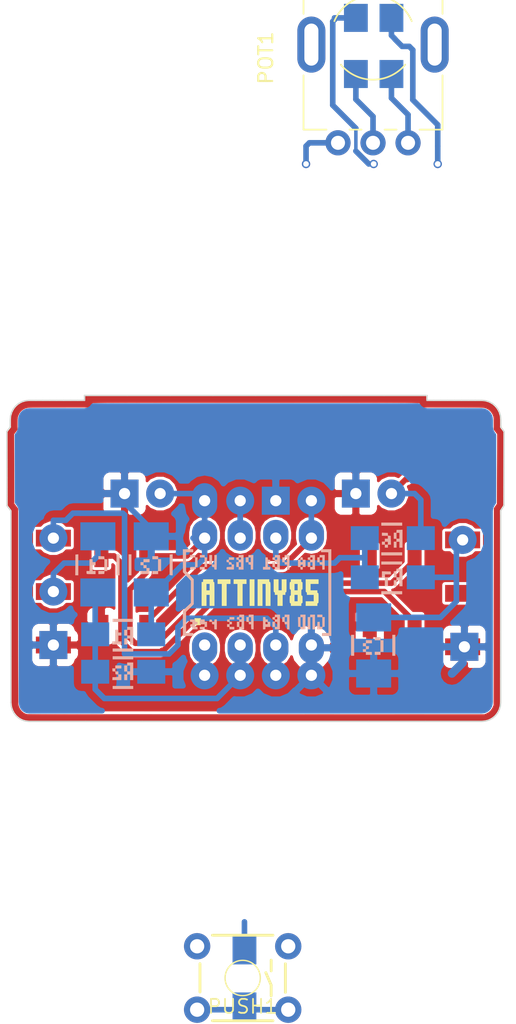
<source format=kicad_pcb>
(kicad_pcb (version 4) (host pcbnew 4.0.7-e0-6372~58~ubuntu16.04.1)
  (layers (0 F.Cu signal hide) (31 B.Cu signal) (34 B.Paste user) (35 F.Paste user) (36 B.SilkS user) (37 F.SilkS user) (38 B.Mask user) (39 F.Mask user) (44 Edge.Cuts user))
  (net 0 "")
  (net 1 "Net-(C1-Pad2)")
  (net 2 VCC)
  (net 3 GND)
  (net 4 "Net-(C3-Pad2)")
  (net 5 "Net-(D1-Pad2)")
  (net 6 "Net-(IC1-Pad6)")
  (net 7 "Net-(IC1-Pad7)")
  (net 8 "Net-(JACK2-Pad2)")
  (net 9 "Net-(POT1-Pad2)")
  (net 10 "Net-(PUSH1-Pad1)")
  (net 11 +BATT)
  (net 12 "Net-(IC1-Pad1)")
  (net 13 "Net-(POT1-Pad3)")
  (net 14 "Net-(IC1-Pad3)")
  (net 15 Prog)
  (net 16 NEO)
  (net 17 "Net-(NEO1-Pad2)")
  (module 8BitMixtape_DIY-CAD:Loch_mixtape_seltsam (layer F.Cu) (at 88.265 54.483)
    (fp_text reference J4)
    (fp_text value GND)
    (pad 1 thru_hole rect (at 0 0) (size 2 2) (drill 0.8) (layers B.Cu B.Mask) (net 3 GND))
    (pad "" smd circle (at 0 0) (size 1 1) (layers F.Cu F.Paste F.Mask))
  )
  (module 8BitMixtape_DIY-CAD:TACTILE-PTH_6mm (layer F.Cu) (at 85.902 88.505 180)
    (fp_text reference PUSH1 (at 0 -2.032 180) (layer F.SilkS) (effects (font (thickness 0.127))))
    (fp_text value SW_Push)
    (pad 1 thru_hole circle (at -3.2512 -2.2606 180) (size 1.8796 1.8796) (drill 1.016) (layers *.Cu *.Mask) (net 10 "Net-(PUSH1-Pad1)"))
    (pad 1 thru_hole circle (at 3.2512 -2.2606 180) (size 1.8796 1.8796) (drill 1.016) (layers *.Cu *.Mask) (net 10 "Net-(PUSH1-Pad1)"))
    (pad 2 thru_hole circle (at -3.2512 2.2606 180) (size 1.8796 1.8796) (drill 1.016) (layers *.Cu *.Mask) (net 3 GND))
    (pad 2 thru_hole circle (at 3.2512 2.2606 180) (size 1.8796 1.8796) (drill 1.016) (layers *.Cu *.Mask) (net 3 GND))
  )
  (module 8BitMixtape_DIY-CAD:AUDIO-Jack_3.5mm_5Pin (layer F.Cu) (at 44.78528 60.43422)
    (fp_text reference JACK1)
    (fp_text value JACK_TRS_6PINS)
    (pad 3 thru_hole circle (at 4.99872 -5.09778) (size 2.18186 2.18186) (drill 1.29794) (layers *.Cu *.Mask) (net 1 "Net-(C1-Pad2)"))
    (pad 6 thru_hole circle (at 4.99872 -2.49936) (size 2.18186 2.18186) (drill 1.29794) (layers *.Cu *.Mask))
    (pad 1 thru_hole circle (at 0 0) (size 2.18186 2.18186) (drill 1.29794) (layers *.Cu *.Mask) (net 3 GND))
    (pad 2 thru_hole circle (at 4.99872 5.09778) (size 2.18186 2.18186) (drill 1.29794) (layers *.Cu *.Mask))
    (pad 5 thru_hole circle (at 4.99872 2.49936) (size 2.18186 2.18186) (drill 1.29794) (layers *.Cu *.Mask))
  )
  (module 8BitMixtape_DIY-CAD:AUDIO-Jack_3.5mm_5Pin (layer F.Cu) (at 125.26264 28.14828 270)
    (fp_text reference JACK2)
    (fp_text value JACK_TRS_6PINS)
    (pad 3 thru_hole circle (at 4.99872 -5.09778 270) (size 2.18186 2.18186) (drill 1.29794) (layers *.Cu *.Mask))
    (pad 6 thru_hole circle (at 4.99872 -2.49936 270) (size 2.18186 2.18186) (drill 1.29794) (layers *.Cu *.Mask))
    (pad 1 thru_hole circle (at 0 0 270) (size 2.18186 2.18186) (drill 1.29794) (layers *.Cu *.Mask) (net 3 GND))
    (pad 2 thru_hole circle (at 4.99872 5.09778 270) (size 2.18186 2.18186) (drill 1.29794) (layers *.Cu *.Mask) (net 8 "Net-(JACK2-Pad2)"))
    (pad 5 thru_hole circle (at 4.99872 2.49936 270) (size 2.18186 2.18186) (drill 1.29794) (layers *.Cu *.Mask))
  )
  (module 8BitMixtape_DIY-CAD:Bat_connector+- (layer F.Cu) (at 40.513 25.908)
    (fp_text reference BAT1)
    (fp_text value Battery)
    (fp_text user + (at 2.54 2.032) (layer F.SilkS))
    (fp_text user - (at 0 2.032) (layer F.SilkS))
    (pad 2 thru_hole rect (at 0 0) (size 1.51 3.01) (drill 1) (layers *.Cu *.Mask) (net 3 GND))
    (pad 1 thru_hole oval (at 2.54 0) (size 1.51 3.01) (drill 1) (layers *.Cu *.Mask) (net 11 +BATT))
  )
  (module 8BitMixtape_DIY-CAD:Push_SWITCH (layer F.Cu) (at 55.753 25.4 90)
    (fp_text reference SW1 (at -3.048 -3.556 360) (layer F.SilkS) (effects (font (thickness 0.1778))))
    (fp_text value SW_SPST)
    (pad 1 thru_hole rect (at 0 -6.35 90) (size 4.5 2.5) (drill oval 3 1.2) (layers *.Cu *.Mask) (net 11 +BATT))
    (pad 2 thru_hole rect (at 0 6.35 90) (size 4.5 2.5) (drill oval 3 1.2) (layers *.Cu *.Mask) (net 2 VCC))
  )
  (module 8BitMixtape_DIY-CAD:Potentiometer_wheel (layer F.Cu) (at 137.287 45.303)
    (fp_text reference TRIM1 (at -0.08 -3.302) (layer F.SilkS))
    (fp_text value POT)
    (pad 1 thru_hole circle (at -7.62 -4.1) (size 2 2) (drill 1) (layers *.Cu *.Mask) (net 4 "Net-(C3-Pad2)"))
    (pad 2 thru_hole circle (at -7.62 0) (size 2 2) (drill 1) (layers *.Cu *.Mask) (net 8 "Net-(JACK2-Pad2)"))
    (pad 3 thru_hole circle (at -7.62 4.1) (size 2 2) (drill 1) (layers *.Cu *.Mask) (net 3 GND))
    (pad "" thru_hole oval (at 2.54 -5.08) (size 2.4 2) (drill oval 1.4 1.2) (layers *.Cu *.Mask))
    (pad "" thru_hole oval (at 2.54 5.08) (size 2.4 2) (drill oval 1.4 1.2) (layers *.Cu *.Mask))
  )
  (module 8BitMixtape_DIY-CAD:Mixtape_Pot_Alps (layer F.Cu) (at 97.705 28.971 90)
    (fp_text reference POT1 (at 6.05 -10.15 90) (layer F.SilkS))
    (fp_text value POT)
    (pad 3 thru_hole circle (at 0 -5 90) (size 1.8 1.8) (drill 1) (layers *.Cu *.Mask) (net 13 "Net-(POT1-Pad3)"))
    (pad 2 thru_hole circle (at 0 -2.5 90) (size 1.8 1.8) (drill 1) (layers *.Cu *.Mask) (net 9 "Net-(POT1-Pad2)"))
    (pad 1 thru_hole circle (at 0 0 90) (size 1.8 1.8) (drill 1) (layers *.Cu *.Mask) (net 3 GND))
    (pad "" thru_hole oval (at 7 -6.9 90) (size 4 2) (drill oval 3 1) (layers *.Cu *.Mask))
    (pad "" thru_hole oval (at 7 1.9 90) (size 4 2) (drill oval 3 1) (layers *.Cu *.Mask))
  )
  (module 8BitMixtape_DIY-CAD:Loch_mixtape_seltsam (layer F.Cu) (at 83.185 66.929)
    (fp_text reference J1)
    (fp_text value PB5)
    (pad 1 thru_hole circle (at 0 0) (size 2 2) (drill 0.8) (layers B.Cu B.Mask) (net 12 "Net-(IC1-Pad1)"))
    (pad "" smd circle (at 0 0) (size 1 1) (layers F.Cu F.Paste F.Mask))
  )
  (module 8BitMixtape_DIY-CAD:Loch_mixtape_seltsam (layer F.Cu) (at 85.725 66.929)
    (fp_text reference J2)
    (fp_text value PB3)
    (pad 1 thru_hole circle (at 0 0) (size 2 2) (drill 0.8) (layers B.Cu B.Mask) (net 15 Prog))
    (pad "" smd circle (at 0 0) (size 1 1) (layers F.Cu F.Paste F.Mask))
  )
  (module 8BitMixtape_DIY-CAD:Loch_mixtape_seltsam (layer F.Cu) (at 88.265 66.929)
    (fp_text reference J3)
    (fp_text value PB4)
    (pad 1 thru_hole circle (at 0 0) (size 2 2) (drill 0.8) (layers B.Cu B.Mask) (net 14 "Net-(IC1-Pad3)"))
    (pad "" smd circle (at 0 0) (size 1 1) (layers F.Cu F.Paste F.Mask))
  )
  (module 8BitMixtape_DIY-CAD:Loch_mixtape_seltsam (layer F.Cu) (at 90.805 54.483)
    (fp_text reference J5)
    (fp_text value PB0)
    (pad 1 thru_hole circle (at 0 0) (size 2 2) (drill 0.8) (layers B.Cu B.Mask) (net 16 NEO))
    (pad "" smd circle (at 0 0) (size 1 1) (layers F.Cu F.Paste F.Mask))
  )
  (module 8BitMixtape_DIY-CAD:Loch_mixtape_seltsam (layer F.Cu) (at 85.725 54.483)
    (fp_text reference J7)
    (fp_text value PB2)
    (pad 1 thru_hole circle (at 0 0) (size 2 2) (drill 0.8) (layers B.Cu B.Mask) (net 7 "Net-(IC1-Pad7)"))
    (pad "" smd circle (at 0 0) (size 1 1) (layers F.Cu F.Paste F.Mask))
  )
  (module 8BitMixtape_DIY-CAD:Loch_mixtape_seltsam (layer F.Cu) (at 83.185 54.483)
    (fp_text reference J8)
    (fp_text value VCC)
    (pad 1 thru_hole oval (at 0 0) (size 1.8 2.5) (drill 0.8) (layers B.Cu B.Mask) (net 2 VCC))
    (pad "" smd circle (at 0 0) (size 1 1) (layers F.Cu F.Paste F.Mask))
  )
  (module 8BitMixtape_DIY-CAD:Loch_mixtape_seltsam (layer F.Cu) (at 90.805 66.929)
    (fp_text reference J4)
    (fp_text value GND)
    (pad 1 thru_hole circle (at 0 0) (size 2 2) (drill 0.8) (layers B.Cu B.Mask) (net 3 GND))
    (pad "" smd circle (at 0 0) (size 1 1) (layers F.Cu F.Paste F.Mask))
  )
  (module 8BitMixtape_DIY-CAD:GND_Loch_mixtape (layer F.Cu) (at 72.39 64.77)
    (fp_text reference J4)
    (fp_text value GND)
    (pad 1 thru_hole rect (at 0 0) (size 2 2) (drill 0.8) (layers *.Cu *.Mask) (net 3 GND))
  )
  (module 8BitMixtape_DIY-CAD:GND_Loch_mixtape (layer F.Cu) (at 93.98 53.975)
    (fp_text reference J4)
    (fp_text value GND)
    (pad 1 thru_hole rect (at 0 0) (size 2 2) (drill 0.8) (layers *.Cu *.Mask) (net 3 GND))
  )
  (module 8BitMixtape_DIY-CAD:GND_Loch_mixtape (layer F.Cu) (at 101.727 64.897)
    (fp_text reference J4)
    (fp_text value GND)
    (pad 1 thru_hole rect (at 0 0) (size 2 2) (drill 0.8) (layers *.Cu *.Mask) (net 3 GND))
  )
  (module 8BitMixtape_DIY-CAD:GND_Loch_mixtape (layer F.Cu) (at 77.47 53.975)
    (fp_text reference J4)
    (fp_text value GND)
    (pad 1 thru_hole rect (at 0 0) (size 2 2) (drill 0.8) (layers *.Cu *.Mask) (net 3 GND))
  )
  (module 8BitMixtape_DIY-CAD:Loch_mixtape (layer F.Cu) (at 101.6 57.277)
    (fp_text reference J10)
    (fp_text value S-Out)
    (pad 1 thru_hole circle (at 0 0) (size 2 2) (drill 0.8) (layers *.Cu *.Mask) (net 4 "Net-(C3-Pad2)"))
  )
  (module 8BitMixtape_DIY-CAD:Loch_mixtape (layer F.Cu) (at 96.52 53.975)
    (fp_text reference J11)
    (fp_text value LED)
    (pad 1 thru_hole circle (at 0 0) (size 2 2) (drill 0.8) (layers *.Cu *.Mask) (net 5 "Net-(D1-Pad2)"))
  )
  (module 8BitMixtape_DIY-CAD:Loch_mixtape (layer F.Cu) (at 72.39 57.15)
    (fp_text reference J3)
    (fp_text value PB4)
    (pad 1 thru_hole circle (at 0 0) (size 2 2) (drill 0.8) (layers *.Cu *.Mask) (net 14 "Net-(IC1-Pad3)"))
  )
  (module 8BitMixtape_DIY-CAD:Loch_mixtape (layer F.Cu) (at 72.39 60.96)
    (fp_text reference J9)
    (fp_text value Prog)
    (pad 1 thru_hole circle (at 0 0) (size 2 2) (drill 0.8) (layers *.Cu *.Mask) (net 1 "Net-(C1-Pad2)"))
  )
  (module 8BitMixtape_DIY-CAD:Loch_mixtape (layer F.Cu) (at 80.01 53.975)
    (fp_text reference J8)
    (fp_text value VCC)
    (pad 1 thru_hole circle (at 0 0) (size 2 2) (drill 0.8) (layers *.Cu *.Mask) (net 2 VCC))
  )
  (module 8BitMixtape_DIY-CAD:Mixtape_NEO_WS2812B (layer F.Cu) (at 96.571 60.92 270)
    (fp_text reference NEO2)
    (fp_text value SK6813b)
    (pad 3 smd rect (at 2.5 1.6 270) (size 1.6 1) (layers F.Cu F.Paste F.Mask) (net 3 GND))
    (pad 4 smd rect (at 2.5 -1.6 270) (size 1.6 1) (layers F.Cu F.Paste F.Mask) (net 17 "Net-(NEO1-Pad2)"))
    (pad 2 smd rect (at -2.5 1.6 270) (size 1.6 1) (layers F.Cu F.Paste F.Mask))
    (pad 1 smd rect (at -2.5 -1.6 270) (size 1.6 1) (layers F.Cu F.Paste F.Mask) (net 2 VCC))
  )
  (module 8BitMixtape_DIY-CAD:Mixtape_NEO_WS2812B (layer F.Cu) (at 77.419 60.92 270)
    (fp_text reference NEO1)
    (fp_text value SK6813b)
    (pad 3 smd rect (at 2.5 1.6 270) (size 1.6 1) (layers F.Cu F.Paste F.Mask) (net 3 GND))
    (pad 4 smd rect (at 2.5 -1.6 270) (size 1.6 1) (layers F.Cu F.Paste F.Mask) (net 16 NEO))
    (pad 2 smd rect (at -2.5 1.6 270) (size 1.6 1) (layers F.Cu F.Paste F.Mask) (net 17 "Net-(NEO1-Pad2)"))
    (pad 1 smd rect (at -2.5 -1.6 270) (size 1.6 1) (layers F.Cu F.Paste F.Mask) (net 2 VCC))
  )
  (module 8BitMixtape_DIY-CAD:AUDIO-JACK-3.5mm_SMD_noPrint (layer F.Cu) (at 105.41 67.437 90)
    (fp_text reference JACK2)
    (fp_text value JACK_TRS_6PINS)
    (pad 1 smd rect (at 2.54 -3.81 90) (size 1.19888 2.49936) (layers F.Cu F.Paste F.Mask) (net 3 GND))
    (pad 3 smd rect (at 6.35 -3.81 90) (size 1.19888 2.49936) (layers F.Cu F.Paste F.Mask))
    (pad 2 smd rect (at 10.16 -3.81 90) (size 1.19888 2.49936) (layers F.Cu F.Paste F.Mask) (net 8 "Net-(JACK2-Pad2)"))
    (pad 3 smd rect (at 6.35 3.81 90) (size 1.19888 2.49936) (layers F.Cu F.Paste F.Mask))
    (pad 1 smd rect (at 2.54 3.81 90) (size 1.19888 2.49936) (layers F.Cu F.Paste F.Mask) (net 3 GND))
    (pad 2 smd rect (at 10.16 3.81 90) (size 1.19888 2.49936) (layers F.Cu F.Paste F.Mask) (net 8 "Net-(JACK2-Pad2)"))
  )
  (module 8BitMixtape_DIY-CAD:AUDIO-JACK-3.5mm_SMD_noPrint (layer F.Cu) (at 68.58 67.31 90)
    (fp_text reference JACK1)
    (fp_text value JACK_TRS_6PINS)
    (pad 1 smd rect (at 2.54 -3.81 90) (size 1.19888 2.49936) (layers F.Cu F.Paste F.Mask) (net 3 GND))
    (pad 3 smd rect (at 6.35 -3.81 90) (size 1.19888 2.49936) (layers F.Cu F.Paste F.Mask) (net 1 "Net-(C1-Pad2)"))
    (pad 2 smd rect (at 10.16 -3.81 90) (size 1.19888 2.49936) (layers F.Cu F.Paste F.Mask))
    (pad 3 smd rect (at 6.35 3.81 90) (size 1.19888 2.49936) (layers F.Cu F.Paste F.Mask) (net 1 "Net-(C1-Pad2)"))
    (pad 1 smd rect (at 2.54 3.81 90) (size 1.19888 2.49936) (layers F.Cu F.Paste F.Mask) (net 3 GND))
    (pad 2 smd rect (at 10.16 3.81 90) (size 1.19888 2.49936) (layers F.Cu F.Paste F.Mask))
  )
  (module 8BitMixtape_DIY-CAD:TOP_led_footprint (layer F.Cu) (at 101.219 50.673)
    (fp_text reference D1)
    (fp_text value LED)
    (fp_poly (pts (xy 0.407458 2.311907) (xy 0.73025 2.31775) (xy 0.73025 2.464153) (xy 0.727426 2.538534) (xy 0.719938 2.591505) (xy 0.709263 2.6127) (xy 0.709083 2.612724) (xy 0.68112 2.613079) (xy 0.619279 2.612539) (xy 0.532003 2.611214) (xy 0.427736 2.609217) (xy 0.39955 2.608616) (xy 0.111184 2.60234) (xy 0.098158 2.523545) (xy 0.089002 2.448771) (xy 0.08491 2.377195) (xy 0.084899 2.375407) (xy 0.084667 2.306064) (xy 0.407458 2.311907)) (layer F.Cu) (width 0.01))
    (fp_poly (pts (xy -0.254 2.6035) (xy -0.889 2.6035) (xy -0.889 2.307167) (xy -0.254 2.307167) (xy -0.254 2.6035)) (layer F.Cu) (width 0.01))
    (fp_poly (pts (xy -0.585086 0.396875) (xy -0.575774 0.475984) (xy -0.571734 0.555221) (xy -0.571733 0.555625) (xy -0.5715 0.635) (xy 0.421479 0.635) (xy 0.427698 0.481542) (xy 0.433917 0.328083) (xy 0.569572 0.321694) (xy 0.657274 0.321467) (xy 0.707947 0.331312) (xy 0.722707 0.342861) (xy 0.732043 0.377659) (xy 0.738511 0.439969) (xy 0.740509 0.501411) (xy 0.740833 0.632406) (xy 0.830792 0.644209) (xy 0.908845 0.653358) (xy 0.984313 0.660573) (xy 0.994833 0.661381) (xy 1.068917 0.66675) (xy 1.075119 0.807161) (xy 1.079327 0.882219) (xy 1.086826 0.925353) (xy 1.102449 0.946943) (xy 1.131027 0.957371) (xy 1.146557 0.96062) (xy 1.210954 0.969066) (xy 1.287876 0.97348) (xy 1.304396 0.973667) (xy 1.397 0.973667) (xy 1.397 1.098935) (xy 1.398525 1.189615) (xy 1.407926 1.246071) (xy 1.432436 1.27641) (xy 1.479292 1.288737) (xy 1.555729 1.291157) (xy 1.568598 1.291167) (xy 1.7145 1.291167) (xy 1.7145 2.264833) (xy 1.418167 2.264833) (xy 1.418167 1.608667) (xy 1.0795 1.608667) (xy 1.0795 2.264833) (xy 0.762 2.264833) (xy 0.762 1.925681) (xy -0.079375 1.931215) (xy -0.92075 1.93675) (xy -0.926932 2.100792) (xy -0.933114 2.264833) (xy -1.227667 2.264833) (xy -1.227667 1.608667) (xy -1.566333 1.608667) (xy -1.566333 2.264833) (xy -1.862667 2.264833) (xy -1.862667 1.291167) (xy -0.933114 1.291167) (xy -0.550333 1.291167) (xy -0.550333 0.9525) (xy 0.402167 0.9525) (xy 0.402167 1.288484) (xy 0.470958 1.297021) (xy 0.593607 1.307858) (xy 0.681861 1.305217) (xy 0.714375 1.298992) (xy 0.738263 1.289402) (xy 0.752479 1.270226) (xy 0.759506 1.232098) (xy 0.761828 1.165655) (xy 0.762 1.119364) (xy 0.762 0.9525) (xy 0.402167 0.9525) (xy -0.550333 0.9525) (xy -0.550333 0.950852) (xy -0.735542 0.956967) (xy -0.92075 0.963083) (xy -0.933114 1.291167) (xy -1.862667 1.291167) (xy -1.751542 1.290877) (xy -1.656897 1.289078) (xy -1.59676 1.279942) (xy -1.563315 1.256976) (xy -1.548745 1.213682) (xy -1.545233 1.143564) (xy -1.545167 1.119364) (xy -1.545167 0.973667) (xy -1.452563 0.973667) (xy -1.376679 0.970492) (xy -1.30612 0.96264) (xy -1.293813 0.960437) (xy -1.227667 0.947208) (xy -1.227667 0.661855) (xy -1.077098 0.651082) (xy -0.985864 0.640454) (xy -0.926924 0.62458) (xy -0.908089 0.611196) (xy -0.898274 0.575569) (xy -0.89146 0.512528) (xy -0.889324 0.449792) (xy -0.889 0.3175) (xy -0.598206 0.3175) (xy -0.585086 0.396875)) (layer F.Cu) (width 0.01))
    (fp_poly (pts (xy -0.931333 0.275167) (xy -1.227667 0.275167) (xy -1.227667 -0.021167) (xy -0.931333 -0.021167) (xy -0.931333 0.275167)) (layer F.Cu) (width 0.01))
    (fp_poly (pts (xy 0.915458 -0.016802) (xy 1.068917 -0.010583) (xy 1.075175 0.132292) (xy 1.081434 0.275167) (xy 0.762 0.275167) (xy 0.762 -0.023021) (xy 0.915458 -0.016802)) (layer F.Cu) (width 0.01))
    (fp_poly (pts (xy 1.27 -0.613833) (xy -0.545042 -0.613833) (xy -0.558271 -0.547688) (xy -0.568139 -0.477919) (xy -0.5715 -0.420688) (xy -0.5715 -0.359833) (xy -1.5875 -0.359833) (xy -1.5875 -0.592667) (xy -1.0795 -0.592667) (xy -1.079176 -0.693208) (xy -1.075896 -0.757783) (xy -1.067968 -0.805459) (xy -1.063301 -0.817054) (xy -1.042526 -0.822946) (xy -0.987568 -0.828438) (xy -0.897256 -0.833565) (xy -0.770417 -0.838367) (xy -0.605878 -0.84288) (xy -0.402467 -0.847144) (xy -0.159012 -0.851194) (xy 0.111125 -0.854888) (xy 1.27 -0.86942) (xy 1.27 -0.613833)) (layer F.Cu) (width 0.01))
    (fp_poly (pts (xy -1.354667 -1.100667) (xy -1.0795 -1.100667) (xy -1.0795 -0.867833) (xy -1.862667 -0.867833) (xy -1.862667 -1.375833) (xy -1.354667 -1.375833) (xy -1.354667 -1.100667)) (layer F.Cu) (width 0.01))
    (fp_poly (pts (xy -0.8255 -1.926167) (xy -0.021167 -1.926167) (xy -0.021167 -2.159) (xy 0.486833 -2.159) (xy 0.486833 -1.926167) (xy 1.27 -1.926167) (xy 1.27 -1.67351) (xy 1.021292 -1.667547) (xy 0.772583 -1.661583) (xy 0.766324 -1.518708) (xy 0.760066 -1.375833) (xy 1.289146 -1.375833) (xy 1.30175 -1.640417) (xy 1.561042 -1.64636) (xy 1.820333 -1.652303) (xy 1.820333 -1.375833) (xy 2.074333 -1.375833) (xy 2.074333 -1.143) (xy 1.545167 -1.143) (xy 1.545167 -0.867833) (xy 1.287975 -0.867833) (xy 1.294862 -1.000125) (xy 1.30175 -1.132417) (xy -1.0795 -1.143353) (xy -1.0795 -1.397) (xy -1.193652 -1.397) (xy -1.262869 -1.399987) (xy -1.304496 -1.414617) (xy -1.325485 -1.449397) (xy -1.332791 -1.512834) (xy -1.3335 -1.568065) (xy -1.3335 -1.672167) (xy -0.296333 -1.672167) (xy -0.296333 -1.375833) (xy -0.021167 -1.375833) (xy -0.021167 -1.505388) (xy 0.213073 -1.505388) (xy 0.22611 -1.435749) (xy 0.266517 -1.394254) (xy 0.336616 -1.377114) (xy 0.366637 -1.376158) (xy 0.428973 -1.380354) (xy 0.475165 -1.390402) (xy 0.482697 -1.393996) (xy 0.499825 -1.425663) (xy 0.50517 -1.493442) (xy 0.503864 -1.536547) (xy 0.497417 -1.661583) (xy 0.367958 -1.667812) (xy 0.238499 -1.67404) (xy 0.225083 -1.606957) (xy 0.213073 -1.505388) (xy -0.021167 -1.505388) (xy -0.021167 -1.672167) (xy -0.296333 -1.672167) (xy -1.3335 -1.672167) (xy -1.583344 -1.672167) (xy -1.597796 -1.796688) (xy -1.606988 -1.86618) (xy -1.618902 -1.904624) (xy -1.640927 -1.923046) (xy -1.680452 -1.932473) (xy -1.689832 -1.934038) (xy -1.747483 -1.940045) (xy -1.831726 -1.94461) (xy -1.926825 -1.946951) (xy -1.952625 -1.947101) (xy -2.137833 -1.947333) (xy -2.137833 -2.159) (xy -0.8255 -2.159) (xy -0.8255 -1.926167)) (layer F.Cu) (width 0.01))
    (pad 2 smd rect (at 0 -1.27) (size 0.4 0.4) (layers F.Cu F.Paste F.Mask) (net 5 "Net-(D1-Pad2)"))
    (pad 1 smd rect (at 0 1.524) (size 0.4 0.4) (layers F.Cu F.Paste F.Mask) (net 3 GND))
  )
  (module 8BitMixtape_DIY-CAD:Attiny_DIP-8_W7.62mm (layer F.Cu) (at 83.185 64.77 90)
    (fp_text reference IC1)
    (fp_text value ATTINY85-20PU)
    (pad 1 thru_hole oval (at 0 0 90) (size 2.2 1.8) (drill 0.8 (offset -0.2 0)) (layers *.Cu *.Mask) (net 12 "Net-(IC1-Pad1)"))
    (pad 5 thru_hole oval (at 7.62 7.62 90) (size 2.2 1.8) (drill 0.8 (offset 0.2 0)) (layers *.Cu *.Mask) (net 16 NEO))
    (pad 2 thru_hole oval (at 0 2.54 90) (size 2.2 1.8) (drill 0.8 (offset -0.2 0)) (layers *.Cu *.Mask) (net 15 Prog))
    (pad 6 thru_hole oval (at 7.62 5.08 90) (size 2.2 1.8) (drill 0.8 (offset 0.2 0)) (layers *.Cu *.Mask) (net 6 "Net-(IC1-Pad6)"))
    (pad 3 thru_hole oval (at 0 5.08 90) (size 2.2 1.8) (drill 0.8 (offset -0.2 0)) (layers *.Cu *.Mask) (net 14 "Net-(IC1-Pad3)"))
    (pad 7 thru_hole oval (at 7.62 2.54 90) (size 2.2 1.8) (drill 0.8 (offset 0.2 0)) (layers *.Cu *.Mask) (net 7 "Net-(IC1-Pad7)"))
    (pad 4 thru_hole oval (at 0 7.62 90) (size 2.2 1.8) (drill 0.8 (offset -0.2 0)) (layers *.Cu *.Mask) (net 3 GND))
    (pad 8 thru_hole oval (at 7.62 0 90) (size 2.2 1.8) (drill 0.8 (offset 0.2 0)) (layers *.Cu *.Mask) (net 2 VCC))
  )
  (module 8BitMixtape_DIY-CAD:R_1206_Mixtape (layer B.Cu) (at 96.615 59.944 180)
    (fp_text reference R7)
    (fp_text value 330)
    (pad 1 smd rect (at -2 0 180) (size 2 1.7) (layers B.Cu B.Paste B.Mask) (net 4 "Net-(C3-Pad2)"))
    (pad 2 smd rect (at 2 0 180) (size 2 1.7) (layers B.Cu B.Paste B.Mask) (net 6 "Net-(IC1-Pad6)"))
  )
  (module 8BitMixtape_DIY-CAD:R_1206_Mixtape (layer B.Cu) (at 96.615 57.15)
    (fp_text reference R6)
    (fp_text value 1K)
    (pad 1 smd rect (at -2 0) (size 2 1.7) (layers B.Cu B.Paste B.Mask) (net 6 "Net-(IC1-Pad6)"))
    (pad 2 smd rect (at 2 0) (size 2 1.7) (layers B.Cu B.Paste B.Mask) (net 5 "Net-(D1-Pad2)"))
  )
  (module 8BitMixtape_DIY-CAD:R_1206_Mixtape (layer B.Cu) (at 96.52 22.066 90)
    (fp_text reference R5)
    (fp_text value 4K7)
    (pad 1 smd rect (at -2 0 90) (size 2 1.7) (layers B.Cu B.Paste B.Mask) (net 13 "Net-(POT1-Pad3)"))
    (pad 2 smd rect (at 2 0 90) (size 2 1.7) (layers B.Cu B.Paste B.Mask) (net 2 VCC))
  )
  (module 8BitMixtape_DIY-CAD:R_1206_Mixtape (layer B.Cu) (at 93.98 22.066 90)
    (fp_text reference R4)
    (fp_text value 22K)
    (pad 1 smd rect (at -2 0 90) (size 2 1.7) (layers B.Cu B.Paste B.Mask) (net 9 "Net-(POT1-Pad2)"))
    (pad 2 smd rect (at 2 0 90) (size 2 1.7) (layers B.Cu B.Paste B.Mask) (net 7 "Net-(IC1-Pad7)"))
  )
  (module 8BitMixtape_DIY-CAD:R_1206_Mixtape (layer B.Cu) (at 77.375 66.675)
    (fp_text reference R2)
    (fp_text value 22K)
    (pad 1 smd rect (at -2 0) (size 2 1.7) (layers B.Cu B.Paste B.Mask) (net 15 Prog))
    (pad 2 smd rect (at 2 0) (size 2 1.7) (layers B.Cu B.Paste B.Mask) (net 3 GND))
  )
  (module 8BitMixtape_DIY-CAD:R_1206_Mixtape (layer B.Cu) (at 77.375 64.008 180)
    (fp_text reference R1)
    (fp_text value 22K)
    (pad 1 smd rect (at -2 0 180) (size 2 1.7) (layers B.Cu B.Paste B.Mask) (net 2 VCC))
    (pad 2 smd rect (at 2 0 180) (size 2 1.7) (layers B.Cu B.Paste B.Mask) (net 15 Prog))
  )
  (module 8BitMixtape_DIY-CAD:R_1206_Mixtape (layer B.Cu) (at 86.029 88.537 270)
    (fp_text reference R3)
    (fp_text value 22K)
    (pad 1 smd rect (at -2 0 270) (size 2 1.7) (layers B.Cu B.Paste B.Mask) (net 15 Prog))
    (pad 2 smd rect (at 2 0 270) (size 2 1.7) (layers B.Cu B.Paste B.Mask) (net 10 "Net-(PUSH1-Pad1)"))
  )
  (module 8BitMixtape_DIY-CAD:C_1210_MixtapeStyle (layer B.Cu) (at 95.25 64.802 90)
    (fp_text reference C3)
    (fp_text value 100nF)
    (pad 1 smd rect (at -2 0 90) (size 2 2.5) (layers B.Cu B.Paste B.Mask) (net 3 GND))
    (pad 2 smd rect (at 2 0 90) (size 2 2.5) (layers B.Cu B.Paste B.Mask) (net 4 "Net-(C3-Pad2)"))
  )
  (module 8BitMixtape_DIY-CAD:C_1210_MixtapeStyle (layer B.Cu) (at 79.375 59.023 270)
    (fp_text reference C2)
    (fp_text value 100nF)
    (pad 1 smd rect (at -2 0 270) (size 2 2.5) (layers B.Cu B.Paste B.Mask) (net 3 GND))
    (pad 2 smd rect (at 2 0 270) (size 2 2.5) (layers B.Cu B.Paste B.Mask) (net 2 VCC))
  )
  (module 8BitMixtape_DIY-CAD:C_1210_MixtapeStyle (layer B.Cu) (at 75.565 59.023 90)
    (fp_text reference C1)
    (fp_text value 100nF)
    (pad 1 smd rect (at -2 0 90) (size 2 2.5) (layers B.Cu B.Paste B.Mask) (net 15 Prog))
    (pad 2 smd rect (at 2 0 90) (size 2 2.5) (layers B.Cu B.Paste B.Mask) (net 1 "Net-(C1-Pad2)"))
  )
  (module 8BitMixtape_DIY-CAD:MicroMixtape_edge (layer F.Cu) (at 86.995 52.07)
    (fp_text reference "" (at 0 0) (layer F.SilkS))
    (fp_text value "" (at 0 0) (layer F.SilkS))
    (fp_poly (pts (xy 12.065 -4.721536) (xy 14.165791 -4.715434) (xy 16.266583 -4.709333) (xy 16.388827 -4.662789) (xy 16.622595 -4.553582) (xy 16.825034 -4.415996) (xy 16.995929 -4.250255) (xy 17.135063 -4.056584) (xy 17.242223 -3.835205) (xy 17.276488 -3.737678) (xy 17.292466 -3.677901) (xy 17.304806 -3.60751) (xy 17.314234 -3.519139) (xy 17.321477 -3.405418) (xy 17.327261 -3.25898) (xy 17.328843 -3.20675) (xy 17.340396 -2.804584) (xy 17.454364 -2.651795) (xy 17.568333 -2.499005) (xy 17.568333 2.752053) (xy 17.336123 3.112007) (xy 17.330332 10.059712) (xy 17.32454 17.007416) (xy 17.274998 17.163976) (xy 17.180574 17.395579) (xy 17.052711 17.602186) (xy 16.893486 17.781588) (xy 16.704977 17.931576) (xy 16.489263 18.049942) (xy 16.41127 18.082141) (xy 16.28775 18.12925) (xy -0.116417 18.13319) (xy -1.128045 18.133426) (xy -2.098189 18.133636) (xy -3.027699 18.13382) (xy -3.917424 18.133975) (xy -4.768213 18.134101) (xy -5.580917 18.134196) (xy -6.356385 18.134259) (xy -7.095466 18.134288) (xy -7.79901 18.134283) (xy -8.467867 18.13424) (xy -9.102885 18.13416) (xy -9.704915 18.134041) (xy -10.274806 18.133881) (xy -10.813407 18.133679) (xy -11.321569 18.133434) (xy -11.800139 18.133145) (xy -12.249969 18.132809) (xy -12.671908 18.132425) (xy -13.066805 18.131993) (xy -13.435509 18.131511) (xy -13.77887 18.130977) (xy -14.097739 18.13039) (xy -14.392963 18.129749) (xy -14.665393 18.129052) (xy -14.915879 18.128298) (xy -15.145269 18.127486) (xy -15.354413 18.126613) (xy -15.544162 18.12568) (xy -15.715363 18.124684) (xy -15.868868 18.123623) (xy -16.005525 18.122498) (xy -16.126184 18.121305) (xy -16.231695 18.120045) (xy -16.322906 18.118715) (xy -16.400668 18.117314) (xy -16.46583 18.115841) (xy -16.519242 18.114294) (xy -16.561753 18.112672) (xy -16.594212 18.110974) (xy -16.617469 18.109198) (xy -16.632375 18.107343) (xy -16.637 18.106375) (xy -16.855621 18.027614) (xy -17.051946 17.913747) (xy -17.223961 17.766827) (xy -17.36965 17.588909) (xy -17.486998 17.382045) (xy -17.572641 17.152938) (xy -17.62125 16.98625) (xy -17.63246 3.126136) (xy -17.76973 2.946829) (xy -17.907001 2.767522) (xy -17.907001 -2.325891) (xy -17.409584 -2.325891) (xy -17.401989 0.144096) (xy -17.394395 2.614083) (xy -17.259114 2.796433) (xy -17.123834 2.978783) (xy -17.123834 9.910835) (xy -17.123768 10.641902) (xy -17.123571 11.334048) (xy -17.123243 11.987074) (xy -17.122785 12.600782) (xy -17.122197 13.174974) (xy -17.121481 13.709452) (xy -17.120636 14.204017) (xy -17.119663 14.658472) (xy -17.118563 15.072618) (xy -17.117337 15.446256) (xy -17.115985 15.77919) (xy -17.114507 16.07122) (xy -17.112904 16.322148) (xy -17.111178 16.531776) (xy -17.109328 16.699906) (xy -17.107355 16.826339) (xy -17.105259 16.910878) (xy -17.103042 16.953324) (xy -17.102555 16.956902) (xy -17.052167 17.127487) (xy -16.970281 17.282843) (xy -16.862104 17.417294) (xy -16.732843 17.525164) (xy -16.587704 17.600777) (xy -16.484702 17.630461) (xy -16.459038 17.631373) (xy -16.39207 17.632266) (xy -16.284828 17.633139) (xy -16.138341 17.633991) (xy -15.953639 17.634821) (xy -15.731751 17.635627) (xy -15.473707 17.63641) (xy -15.180537 17.637168) (xy -14.85327 17.637901) (xy -14.492935 17.638606) (xy -14.100562 17.639284) (xy -13.677181 17.639933) (xy -13.223821 17.640553) (xy -12.741512 17.641142) (xy -12.231283 17.6417) (xy -11.694163 17.642225) (xy -11.131183 17.642717) (xy -10.543372 17.643175) (xy -9.931759 17.643598) (xy -9.297375 17.643984) (xy -8.641247 17.644334) (xy -7.964407 17.644645) (xy -7.267883 17.644917) (xy -6.552705 17.64515) (xy -5.819903 17.645342) (xy -5.070506 17.645491) (xy -4.305544 17.645599) (xy -3.526046 17.645662) (xy -2.733042 17.645681) (xy -1.927561 17.645654) (xy -1.110633 17.645581) (xy -0.283287 17.64546) (xy -0.116417 17.64543) (xy 16.16075 17.642416) (xy 16.274574 17.595799) (xy 16.449039 17.503224) (xy 16.593571 17.381116) (xy 16.707008 17.230627) (xy 16.768374 17.106345) (xy 16.816916 16.98625) (xy 16.8275 9.9695) (xy 16.838083 2.95275) (xy 16.946103 2.794) (xy 17.054124 2.63525) (xy 17.065426 0.153921) (xy 17.076729 -2.327408) (xy 16.952666 -2.491912) (xy 16.828603 -2.656417) (xy 16.827822 -3.07975) (xy 16.826465 -3.247877) (xy 16.822864 -3.379242) (xy 16.816678 -3.479373) (xy 16.80757 -3.553797) (xy 16.795478 -3.607129) (xy 16.722927 -3.778025) (xy 16.618051 -3.927416) (xy 16.486075 -4.050794) (xy 16.332225 -4.143648) (xy 16.161725 -4.201467) (xy 16.093193 -4.213373) (xy 16.051849 -4.216001) (xy 15.971282 -4.218532) (xy 15.854601 -4.22094) (xy 15.704914 -4.223197) (xy 15.525333 -4.225277) (xy 15.318966 -4.227154) (xy 15.088923 -4.2288) (xy 14.838314 -4.230189) (xy 14.570247 -4.231295) (xy 14.287833 -4.23209) (xy 13.994182 -4.232548) (xy 13.847211 -4.232641) (xy 11.745339 -4.233334) (xy 11.716313 -4.163865) (xy 11.706507 -4.137784) (xy 11.683508 -4.075203) (xy 11.648516 -3.979433) (xy 11.602731 -3.853784) (xy 11.547353 -3.701567) (xy 11.483581 -3.526094) (xy 11.412615 -3.330676) (xy 11.335654 -3.118624) (xy 11.2539 -2.893248) (xy 11.16855 -2.65786) (xy 11.080805 -2.415772) (xy 10.991865 -2.170293) (xy 10.902929 -1.924736) (xy 10.815197 -1.682411) (xy 10.729868 -1.446629) (xy 10.648143 -1.220701) (xy 10.571221 -1.007939) (xy 10.500302 -0.811653) (xy 10.436586 -0.635155) (xy 10.381271 -0.481756) (xy 10.335558 -0.354766) (xy 10.300647 -0.257498) (xy 10.282393 -0.206375) (xy 10.261692 -0.148167) (xy -10.69975 -0.148291) (xy -11.206525 -1.709271) (xy -11.291564 -1.971235) (xy -11.376352 -2.232472) (xy -11.459444 -2.488528) (xy -11.539394 -2.734947) (xy -11.614758 -2.967274) (xy -11.684091 -3.181053) (xy -11.745947 -3.37183) (xy -11.798881 -3.535148) (xy -11.841448 -3.666554) (xy -11.869035 -3.751792) (xy -12.024771 -4.233334) (xy -14.156261 -4.232908) (xy -14.456017 -4.232662) (xy -14.745812 -4.232063) (xy -15.022586 -4.231137) (xy -15.283279 -4.229909) (xy -15.524832 -4.228407) (xy -15.744184 -4.226657) (xy -15.938276 -4.224684) (xy -16.104048 -4.222515) (xy -16.23844 -4.220176) (xy -16.338392 -4.217694) (xy -16.400844 -4.215094) (xy -16.418674 -4.213543) (xy -16.604468 -4.166457) (xy -16.77 -4.08363) (xy -16.911809 -3.968176) (xy -17.026437 -3.823208) (xy -17.110423 -3.651841) (xy -17.137394 -3.566584) (xy -17.150444 -3.489264) (xy -17.159536 -3.369853) (xy -17.164667 -3.208411) (xy -17.165916 -3.057495) (xy -17.166167 -2.65424) (xy -17.287875 -2.490065) (xy -17.409584 -2.325891) (xy -17.907001 -2.325891) (xy -17.907001 -2.499005) (xy -17.793154 -2.651795) (xy -17.679307 -2.804584) (xy -17.66732 -3.196167) (xy -17.662188 -3.342779) (xy -17.656287 -3.455854) (xy -17.648592 -3.544186) (xy -17.638076 -3.61657) (xy -17.623712 -3.681802) (xy -17.604473 -3.748675) (xy -17.601833 -3.757084) (xy -17.508957 -3.984171) (xy -17.382349 -4.186154) (xy -17.22334 -4.361651) (xy -17.033261 -4.509284) (xy -16.985588 -4.534959) (xy -11.826929 -4.534959) (xy -11.819085 -4.51005) (xy -11.799026 -4.447632) (xy -11.767641 -4.350447) (xy -11.725821 -4.221239) (xy -11.674457 -4.062752) (xy -11.614437 -3.877729) (xy -11.546653 -3.668913) (xy -11.471995 -3.43905) (xy -11.391352 -3.190881) (xy -11.305616 -2.92715) (xy -11.215676 -2.650601) (xy -11.153864 -2.460604) (xy -10.490975 -0.423291) (xy 10.064657 -0.433917) (xy 10.799684 -2.465917) (xy 10.901555 -2.747564) (xy 10.999484 -3.018355) (xy 11.092495 -3.275589) (xy 11.179612 -3.516564) (xy 11.259858 -3.738578) (xy 11.332257 -3.938929) (xy 11.395833 -4.114917) (xy 11.44961 -4.263838) (xy 11.492611 -4.382991) (xy 11.523861 -4.469674) (xy 11.542383 -4.521186) (xy 11.547282 -4.534959) (xy 11.54688 -4.537625) (xy 11.543128 -4.54016) (xy 11.534994 -4.542568) (xy 11.521443 -4.544852) (xy 11.501441 -4.547014) (xy 11.473953 -4.549059) (xy 11.437946 -4.55099) (xy 11.392386 -4.55281) (xy 11.336238 -4.554521) (xy 11.268468 -4.556129) (xy 11.188043 -4.557635) (xy 11.093927 -4.559043) (xy 10.985088 -4.560356) (xy 10.86049 -4.561578) (xy 10.7191 -4.562711) (xy 10.559884 -4.56376) (xy 10.381808 -4.564728) (xy 10.183837 -4.565617) (xy 9.964937 -4.566431) (xy 9.724074 -4.567173) (xy 9.460215 -4.567846) (xy 9.172324 -4.568455) (xy 8.859369 -4.569001) (xy 8.520314 -4.569489) (xy 8.154126 -4.569922) (xy 7.75977 -4.570302) (xy 7.336213 -4.570634) (xy 6.882421 -4.57092) (xy 6.397358 -4.571164) (xy 5.879992 -4.571369) (xy 5.329288 -4.571538) (xy 4.744211 -4.571675) (xy 4.123729 -4.571783) (xy 3.466806 -4.571865) (xy 2.772408 -4.571924) (xy 2.039503 -4.571964) (xy 1.267054 -4.571987) (xy 0.454029 -4.571999) (xy -0.138626 -4.572) (xy -0.980623 -4.571996) (xy -1.78132 -4.571982) (xy -2.541753 -4.571953) (xy -3.262956 -4.571908) (xy -3.945962 -4.571842) (xy -4.591807 -4.571753) (xy -5.201524 -4.571637) (xy -5.776148 -4.57149) (xy -6.316714 -4.571311) (xy -6.824255 -4.571094) (xy -7.299806 -4.570838) (xy -7.744401 -4.570538) (xy -8.159075 -4.570192) (xy -8.544861 -4.569796) (xy -8.902795 -4.569347) (xy -9.23391 -4.568841) (xy -9.539241 -4.568276) (xy -9.819822 -4.567648) (xy -10.076688 -4.566954) (xy -10.310872 -4.56619) (xy -10.52341 -4.565354) (xy -10.715335 -4.564441) (xy -10.887682 -4.56345) (xy -11.041485 -4.562375) (xy -11.177778 -4.561215) (xy -11.297596 -4.559966) (xy -11.401973 -4.558624) (xy -11.491944 -4.557186) (xy -11.568542 -4.55565) (xy -11.632802 -4.554011) (xy -11.685758 -4.552267) (xy -11.728446 -4.550413) (xy -11.761898 -4.548448) (xy -11.787149 -4.546368) (xy -11.805234 -4.544168) (xy -11.817187 -4.541847) (xy -11.824043 -4.539401) (xy -11.826834 -4.536826) (xy -11.826929 -4.534959) (xy -16.985588 -4.534959) (xy -16.813442 -4.62767) (xy -16.730127 -4.661788) (xy -16.60525 -4.709142) (xy -12.361334 -4.721706) (xy -12.361334 -5.08) (xy 12.065 -5.08) (xy 12.065 -4.721536)) (layer F.Cu) (width 0.01))
    (fp_poly (pts (xy -8.551848 -3.661271) (xy -8.414025 -3.659484) (xy -8.312226 -3.656329) (xy -8.243305 -3.65166) (xy -8.204113 -3.645333) (xy -8.191503 -3.637201) (xy -8.1915 -3.637059) (xy -8.199331 -3.604927) (xy -8.221119 -3.541396) (xy -8.254309 -3.452636) (xy -8.296344 -3.344821) (xy -8.344669 -3.224121) (xy -8.396727 -3.09671) (xy -8.449962 -2.968759) (xy -8.50182 -2.846441) (xy -8.549742 -2.735927) (xy -8.591175 -2.643391) (xy -8.623561 -2.575003) (xy -8.644345 -2.536936) (xy -8.649432 -2.531253) (xy -8.678763 -2.527863) (xy -8.744346 -2.524826) (xy -8.840101 -2.522274) (xy -8.959948 -2.520339) (xy -9.097806 -2.519154) (xy -9.219815 -2.518834) (xy -9.388416 -2.519181) (xy -9.519094 -2.520381) (xy -9.616254 -2.522676) (xy -9.6843 -2.526305) (xy -9.727639 -2.53151) (xy -9.750675 -2.53853) (xy -9.757815 -2.547607) (xy -9.757834 -2.548201) (xy -9.749378 -2.574474) (xy -9.725504 -2.634014) (xy -9.688452 -2.721612) (xy -9.673125 -2.756888) (xy -9.356218 -2.756888) (xy -9.34175 -2.72634) (xy -9.296015 -2.71289) (xy -9.214224 -2.709606) (xy -9.181042 -2.709567) (xy -9.087646 -2.711265) (xy -9.000451 -2.715541) (xy -8.936119 -2.721531) (xy -8.928726 -2.722646) (xy -8.884622 -2.733332) (xy -8.853858 -2.754227) (xy -8.826876 -2.795356) (xy -8.796435 -2.861392) (xy -8.768423 -2.92729) (xy -8.748727 -2.976129) (xy -8.741834 -2.996479) (xy -8.761657 -2.999977) (xy -8.815754 -3.002862) (xy -8.896067 -3.004851) (xy -8.994539 -3.005662) (xy -9.003595 -3.005667) (xy -9.265356 -3.005667) (xy -9.310512 -2.897011) (xy -9.344209 -2.811467) (xy -9.356218 -2.756888) (xy -9.673125 -2.756888) (xy -9.640462 -2.83206) (xy -9.583775 -2.96015) (xy -9.520631 -3.100674) (xy -9.512011 -3.119701) (xy -9.469572 -3.213297) (xy -9.151881 -3.213297) (xy -9.151414 -3.212205) (xy -9.126926 -3.204936) (xy -9.070997 -3.199859) (xy -8.994463 -3.197054) (xy -8.908164 -3.196596) (xy -8.822939 -3.198566) (xy -8.749625 -3.203041) (xy -8.704231 -3.208979) (xy -8.664751 -3.222606) (xy -8.63574 -3.251489) (xy -8.608311 -3.30624) (xy -8.595297 -3.339052) (xy -8.572376 -3.402319) (xy -8.558524 -3.447268) (xy -8.556482 -3.462371) (xy -8.578738 -3.466055) (xy -8.634476 -3.471423) (xy -8.714914 -3.477712) (xy -8.79736 -3.483288) (xy -8.904728 -3.489036) (xy -8.977102 -3.489909) (xy -9.021584 -3.485505) (xy -9.045276 -3.475423) (xy -9.051048 -3.468925) (xy -9.076932 -3.421474) (xy -9.104992 -3.359305) (xy -9.130194 -3.295299) (xy -9.147503 -3.242336) (xy -9.151881 -3.213297) (xy -9.469572 -3.213297) (xy -9.266188 -3.661834) (xy -8.728844 -3.661834) (xy -8.551848 -3.661271)) (layer F.Cu) (width 0.01))
    (fp_poly (pts (xy -7.217889 -3.661579) (xy -7.088921 -3.660863) (xy -6.980738 -3.659757) (xy -6.899031 -3.658333) (xy -6.849489 -3.656663) (xy -6.836834 -3.655221) (xy -6.843132 -3.63363) (xy -6.860047 -3.581095) (xy -6.884604 -3.506762) (xy -6.90045 -3.459429) (xy -6.934742 -3.363615) (xy -6.965593 -3.296476) (xy -7.000227 -3.245719) (xy -7.045866 -3.199049) (xy -7.061727 -3.18493) (xy -7.159387 -3.099609) (xy -7.115945 -3.018556) (xy -7.072504 -2.937503) (xy -7.136248 -2.754627) (xy -7.168246 -2.67036) (xy -7.199753 -2.600112) (xy -7.225726 -2.554668) (xy -7.234125 -2.545292) (xy -7.263464 -2.537966) (xy -7.326789 -2.531696) (xy -7.41741 -2.526523) (xy -7.528636 -2.522484) (xy -7.653778 -2.519619) (xy -7.786145 -2.517967) (xy -7.919049 -2.517566) (xy -8.045798 -2.518457) (xy -8.159703 -2.520677) (xy -8.254074 -2.524265) (xy -8.322221 -2.529262) (xy -8.357455 -2.535705) (xy -8.360834 -2.538727) (xy -8.353131 -2.569162) (xy -8.331718 -2.631751) (xy -8.299141 -2.720156) (xy -8.289429 -2.745589) (xy -7.962643 -2.745589) (xy -7.945959 -2.72859) (xy -7.930378 -2.724032) (xy -7.852924 -2.716194) (xy -7.74737 -2.715562) (xy -7.627309 -2.722004) (xy -7.569113 -2.727506) (xy -7.504998 -2.736451) (xy -7.461687 -2.752023) (xy -7.432145 -2.782383) (xy -7.409337 -2.83569) (xy -7.386226 -2.920105) (xy -7.379471 -2.947459) (xy -7.365194 -3.005667) (xy -7.876161 -3.005667) (xy -7.909586 -2.926292) (xy -7.945174 -2.837462) (xy -7.96262 -2.779554) (xy -7.962643 -2.745589) (xy -8.289429 -2.745589) (xy -8.257944 -2.828039) (xy -8.210674 -2.949061) (xy -8.159874 -3.076883) (xy -8.108089 -3.205168) (xy -8.100143 -3.224537) (xy -7.780382 -3.224537) (xy -7.763111 -3.210784) (xy -7.720098 -3.202007) (xy -7.645579 -3.197496) (xy -7.551873 -3.196491) (xy -7.457989 -3.198226) (xy -7.378719 -3.202646) (xy -7.324429 -3.209008) (xy -7.307142 -3.214017) (xy -7.28584 -3.241174) (xy -7.259683 -3.292074) (xy -7.233924 -3.353463) (xy -7.213817 -3.412085) (xy -7.204614 -3.454687) (xy -7.206759 -3.467315) (xy -7.231468 -3.472818) (xy -7.289528 -3.478737) (xy -7.371975 -3.484324) (xy -7.459186 -3.488431) (xy -7.699704 -3.497638) (xy -7.745486 -3.375272) (xy -7.768083 -3.306084) (xy -7.780357 -3.250448) (xy -7.780382 -3.224537) (xy -8.100143 -3.224537) (xy -8.057866 -3.327576) (xy -8.011749 -3.437769) (xy -7.972282 -3.52941) (xy -7.942012 -3.596159) (xy -7.923483 -3.631677) (xy -7.920497 -3.635375) (xy -7.896699 -3.644306) (xy -7.848174 -3.651199) (xy -7.771305 -3.656226) (xy -7.662476 -3.659558) (xy -7.518071 -3.661366) (xy -7.361955 -3.661834) (xy -7.217889 -3.661579)) (layer F.Cu) (width 0.01))
    (fp_poly (pts (xy -6.34734 -3.653851) (xy -6.328066 -3.647107) (xy -6.330605 -3.624204) (xy -6.343975 -3.567371) (xy -6.366275 -3.483053) (xy -6.395604 -3.377694) (xy -6.43006 -3.257737) (xy -6.467742 -3.129627) (xy -6.506749 -2.999808) (xy -6.545179 -2.874723) (xy -6.581131 -2.760816) (xy -6.612704 -2.664532) (xy -6.637997 -2.592314) (xy -6.643789 -2.577042) (xy -6.658831 -2.54566) (xy -6.680531 -2.528213) (xy -6.720125 -2.520634) (xy -6.788854 -2.518853) (xy -6.80456 -2.518834) (xy -6.878751 -2.519888) (xy -6.919982 -2.525232) (xy -6.937615 -2.538135) (xy -6.941011 -2.561869) (xy -6.940875 -2.566459) (xy -6.933871 -2.598946) (xy -6.915093 -2.665579) (xy -6.886372 -2.760418) (xy -6.849541 -2.87752) (xy -6.806432 -3.010945) (xy -6.76625 -3.132667) (xy -6.593417 -3.65125) (xy -6.468624 -3.657691) (xy -6.399078 -3.658466) (xy -6.34734 -3.653851)) (layer F.Cu) (width 0.01))
    (fp_poly (pts (xy -5.38747 -3.661124) (xy -5.255403 -3.659125) (xy -5.143459 -3.656036) (xy -5.05743 -3.652055) (xy -5.003113 -3.64738) (xy -4.986253 -3.643099) (xy -4.984599 -3.61188) (xy -4.996451 -3.56194) (xy -4.997389 -3.559202) (xy -5.020105 -3.494041) (xy -5.405071 -3.481917) (xy -5.526097 -3.023063) (xy -5.561743 -2.889225) (xy -5.594493 -2.768728) (xy -5.622612 -2.667755) (xy -5.644367 -2.592492) (xy -5.658023 -2.54912) (xy -5.661144 -2.541522) (xy -5.688107 -2.529804) (xy -5.744638 -2.52161) (xy -5.8115 -2.518834) (xy -5.886114 -2.520408) (xy -5.927582 -2.526835) (xy -5.945026 -2.540669) (xy -5.947834 -2.557006) (xy -5.942321 -2.588897) (xy -5.927004 -2.654275) (xy -5.903712 -2.745923) (xy -5.874278 -2.856627) (xy -5.842543 -2.971974) (xy -5.807937 -3.09708) (xy -5.776582 -3.212793) (xy -5.75061 -3.311059) (xy -5.732153 -3.383825) (xy -5.723771 -3.420635) (xy -5.710289 -3.4925) (xy -5.903145 -3.4925) (xy -5.998963 -3.49348) (xy -6.058949 -3.499356) (xy -6.089602 -3.514534) (xy -6.097419 -3.54342) (xy -6.088899 -3.590419) (xy -6.082659 -3.614209) (xy -6.069896 -3.661834) (xy -5.533864 -3.661834) (xy -5.38747 -3.661124)) (layer F.Cu) (width 0.01))
    (fp_poly (pts (xy -2.952415 -3.487209) (xy -2.960586 -3.407691) (xy -2.973627 -3.297261) (xy -2.990157 -3.166879) (xy -3.008796 -3.027502) (xy -3.02371 -2.921) (xy -3.07975 -2.529417) (xy -3.376084 -2.529417) (xy -3.370379 -2.592917) (xy -3.364877 -2.647319) (xy -3.356253 -2.725532) (xy -3.347704 -2.799292) (xy -3.34152 -2.870536) (xy -3.341419 -2.921732) (xy -3.347403 -2.942142) (xy -3.347718 -2.942167) (xy -3.365165 -2.925426) (xy -3.400145 -2.879835) (xy -3.447593 -2.812344) (xy -3.502447 -2.7299) (xy -3.502842 -2.729291) (xy -3.640984 -2.516415) (xy -3.820584 -2.529417) (xy -3.891285 -2.748699) (xy -3.921159 -2.83523) (xy -3.94812 -2.90224) (xy -3.968938 -2.942364) (xy -3.979437 -2.949783) (xy -3.990836 -2.922236) (xy -4.007168 -2.863124) (xy -4.025808 -2.782535) (xy -4.036528 -2.7305) (xy -4.076169 -2.529417) (xy -4.218542 -2.523152) (xy -4.303643 -2.522355) (xy -4.352626 -2.529724) (xy -4.370556 -2.544318) (xy -4.369005 -2.571724) (xy -4.359658 -2.634728) (xy -4.343558 -2.727529) (xy -4.321752 -2.844327) (xy -4.295285 -2.979321) (xy -4.268358 -3.1115) (xy -4.15652 -3.65125) (xy -3.863382 -3.65125) (xy -3.765634 -3.377093) (xy -3.728506 -3.276719) (xy -3.694528 -3.191737) (xy -3.666897 -3.129658) (xy -3.64881 -3.097995) (xy -3.645847 -3.095588) (xy -3.626769 -3.109438) (xy -3.587892 -3.15243) (xy -3.533735 -3.219056) (xy -3.46882 -3.303809) (xy -3.416458 -3.375038) (xy -3.209108 -3.661834) (xy -2.93716 -3.661834) (xy -2.952415 -3.487209)) (layer F.Cu) (width 0.01))
    (fp_poly (pts (xy -2.466987 -3.659758) (xy -2.414099 -3.654295) (xy -2.392036 -3.646593) (xy -2.391922 -3.645959) (xy -2.39453 -3.611293) (xy -2.401608 -3.543397) (xy -2.412302 -3.449095) (xy -2.425759 -3.335215) (xy -2.441126 -3.20858) (xy -2.457547 -3.076018) (xy -2.474169 -2.944354) (xy -2.490139 -2.820413) (xy -2.504602 -2.711021) (xy -2.516705 -2.623005) (xy -2.525594 -2.563188) (xy -2.530415 -2.538399) (xy -2.530484 -2.538275) (xy -2.556343 -2.528248) (xy -2.612008 -2.521228) (xy -2.678833 -2.518834) (xy -2.75232 -2.519621) (xy -2.793103 -2.52475) (xy -2.81081 -2.538373) (xy -2.815071 -2.564642) (xy -2.815167 -2.57762) (xy -2.812519 -2.614938) (xy -2.805093 -2.687467) (xy -2.793668 -2.788453) (xy -2.77902 -2.911138) (xy -2.761929 -3.048768) (xy -2.751667 -3.129169) (xy -2.733704 -3.269379) (xy -2.717712 -3.395773) (xy -2.704448 -3.502236) (xy -2.69467 -3.582648) (xy -2.689136 -3.630894) (xy -2.688167 -3.641882) (xy -2.668794 -3.651716) (xy -2.61781 -3.658841) (xy -2.545919 -3.661818) (xy -2.54 -3.661834) (xy -2.466987 -3.659758)) (layer F.Cu) (width 0.01))
    (fp_poly (pts (xy -1.733945 -3.489878) (xy -1.621053 -3.317922) (xy -1.550948 -3.39992) (xy -1.493263 -3.469376) (xy -1.432003 -3.546012) (xy -1.412463 -3.571221) (xy -1.373087 -3.620068) (xy -1.340099 -3.646837) (xy -1.298495 -3.658253) (xy -1.233268 -3.661043) (xy -1.211792 -3.661179) (xy -1.143249 -3.659634) (xy -1.095439 -3.654957) (xy -1.0795 -3.6489) (xy -1.091852 -3.628041) (xy -1.125325 -3.581446) (xy -1.17455 -3.516397) (xy -1.223915 -3.453108) (xy -1.290167 -3.368805) (xy -1.353218 -3.287852) (xy -1.404398 -3.221416) (xy -1.427677 -3.190656) (xy -1.487026 -3.111062) (xy -1.315013 -2.83804) (xy -1.255211 -2.741612) (xy -1.204446 -2.656879) (xy -1.166669 -2.590667) (xy -1.145832 -2.549799) (xy -1.143 -2.540959) (xy -1.162639 -2.527136) (xy -1.222185 -2.52189) (xy -1.285875 -2.523158) (xy -1.42875 -2.529417) (xy -1.539674 -2.698683) (xy -1.589252 -2.772302) (xy -1.631328 -2.831038) (xy -1.659955 -2.866774) (xy -1.66793 -2.873727) (xy -1.68823 -2.861072) (xy -1.727299 -2.822333) (xy -1.777949 -2.764863) (xy -1.797486 -2.741187) (xy -1.874298 -2.649395) (xy -1.934623 -2.586714) (xy -1.986516 -2.547759) (xy -2.03803 -2.527145) (xy -2.097221 -2.519488) (xy -2.130105 -2.518834) (xy -2.192977 -2.521106) (xy -2.234217 -2.526955) (xy -2.243667 -2.532331) (xy -2.231086 -2.55338) (xy -2.196241 -2.601702) (xy -2.14348 -2.671646) (xy -2.077149 -2.757559) (xy -2.001596 -2.853791) (xy -1.921169 -2.954692) (xy -1.870256 -3.017739) (xy -1.8003 -3.103895) (xy -1.958081 -3.356406) (xy -2.01514 -3.449476) (xy -2.063068 -3.530995) (xy -2.097748 -3.593703) (xy -2.115064 -3.630336) (xy -2.116265 -3.635375) (xy -2.099867 -3.651415) (xy -2.047743 -3.659948) (xy -1.981752 -3.661834) (xy -1.846838 -3.661834) (xy -1.733945 -3.489878)) (layer F.Cu) (width 0.01))
    (fp_poly (pts (xy 0.271052 -3.573557) (xy 0.277521 -3.495863) (xy 0.085844 -3.480868) (xy -0.105834 -3.465874) (xy -0.105834 -3.0585) (xy -0.10651 -2.926824) (xy -0.108391 -2.805711) (xy -0.111254 -2.703093) (xy -0.114879 -2.626905) (xy -0.119043 -2.585079) (xy -0.119063 -2.58498) (xy -0.127924 -2.549248) (xy -0.143467 -2.529463) (xy -0.176299 -2.520911) (xy -0.237023 -2.518878) (xy -0.267894 -2.518834) (xy -0.346802 -2.521387) (xy -0.392601 -2.530431) (xy -0.414283 -2.548041) (xy -0.416672 -2.553169) (xy -0.420048 -2.584199) (xy -0.421696 -2.650448) (xy -0.421628 -2.744837) (xy -0.419858 -2.860287) (xy -0.416397 -2.989721) (xy -0.41586 -3.006137) (xy -0.412185 -3.136754) (xy -0.410183 -3.254216) (xy -0.409869 -3.351453) (xy -0.411259 -3.421397) (xy -0.414367 -3.45698) (xy -0.414867 -3.458635) (xy -0.428446 -3.474928) (xy -0.459233 -3.485169) (xy -0.515022 -3.490597) (xy -0.603607 -3.49245) (xy -0.627959 -3.4925) (xy -0.828056 -3.4925) (xy -0.821487 -3.571875) (xy -0.814917 -3.65125) (xy 0.264583 -3.65125) (xy 0.271052 -3.573557)) (layer F.Cu) (width 0.01))
    (fp_poly (pts (xy 1.61784 -3.561292) (xy 1.627147 -3.480892) (xy 1.637937 -3.373045) (xy 1.649471 -3.246886) (xy 1.66101 -3.111551) (xy 1.671816 -2.976174) (xy 1.681149 -2.849889) (xy 1.688272 -2.741833) (xy 1.692445 -2.661139) (xy 1.693227 -2.628992) (xy 1.693333 -2.5169) (xy 1.550552 -2.523158) (xy 1.407771 -2.529417) (xy 1.382609 -2.76225) (xy 1.372383 -2.856236) (xy 1.363893 -2.933052) (xy 1.358114 -2.983969) (xy 1.356056 -3.000375) (xy 1.335693 -3.00242) (xy 1.281237 -3.004097) (xy 1.200928 -3.005236) (xy 1.103008 -3.005667) (xy 0.846666 -3.005667) (xy 0.846666 -2.518834) (xy 0.708419 -2.518834) (xy 0.619118 -2.523062) (xy 0.569975 -2.535635) (xy 0.56064 -2.545292) (xy 0.556883 -2.57414) (xy 0.552419 -2.637592) (xy 0.547492 -2.728695) (xy 0.542342 -2.840495) (xy 0.537212 -2.96604) (xy 0.532344 -3.098375) (xy 0.527979 -3.230548) (xy 0.524361 -3.355605) (xy 0.521729 -3.466593) (xy 0.521656 -3.471334) (xy 0.8255 -3.471334) (xy 0.8255 -3.347862) (xy 0.828026 -3.278578) (xy 0.83456 -3.227209) (xy 0.841304 -3.208585) (xy 0.867046 -3.203347) (xy 0.924423 -3.200294) (xy 1.002844 -3.199241) (xy 1.091714 -3.2) (xy 1.180439 -3.202388) (xy 1.258428 -3.206216) (xy 1.315085 -3.211301) (xy 1.339716 -3.217334) (xy 1.343237 -3.242507) (xy 1.342375 -3.296661) (xy 1.338802 -3.349625) (xy 1.328257 -3.471334) (xy 0.8255 -3.471334) (xy 0.521656 -3.471334) (xy 0.520328 -3.556558) (xy 0.520397 -3.618547) (xy 0.522181 -3.645606) (xy 0.522342 -3.645959) (xy 0.545183 -3.650278) (xy 0.604597 -3.654149) (xy 0.694824 -3.657407) (xy 0.810104 -3.659882) (xy 0.944678 -3.661408) (xy 1.068179 -3.661834) (xy 1.604694 -3.661834) (xy 1.61784 -3.561292)) (layer F.Cu) (width 0.01))
    (fp_poly (pts (xy 2.952661 -3.593042) (xy 2.986161 -3.402192) (xy 3.010406 -3.252145) (xy 3.025465 -3.142412) (xy 3.031404 -3.072502) (xy 3.028289 -3.041924) (xy 3.027784 -3.041296) (xy 3.00234 -3.03521) (xy 2.941493 -3.028692) (xy 2.852163 -3.022242) (xy 2.741272 -3.01636) (xy 2.615738 -3.011544) (xy 2.6156 -3.01154) (xy 2.219893 -2.999071) (xy 2.230752 -2.922994) (xy 2.237877 -2.863878) (xy 2.246394 -2.780014) (xy 2.254535 -2.688869) (xy 2.255028 -2.682875) (xy 2.268445 -2.518834) (xy 1.972221 -2.518834) (xy 1.959597 -2.598209) (xy 1.951848 -2.655424) (xy 1.941539 -2.74363) (xy 1.929468 -2.854683) (xy 1.916433 -2.980442) (xy 1.903232 -3.112765) (xy 1.890664 -3.24351) (xy 1.879525 -3.364535) (xy 1.870614 -3.467697) (xy 1.86953 -3.481917) (xy 2.169583 -3.481917) (xy 2.174601 -3.407834) (xy 2.181914 -3.332792) (xy 2.191435 -3.264959) (xy 2.203251 -3.196167) (xy 2.714801 -3.196167) (xy 2.699848 -3.32833) (xy 2.690895 -3.398272) (xy 2.682431 -3.449126) (xy 2.676919 -3.46847) (xy 2.653876 -3.471803) (xy 2.597107 -3.474942) (xy 2.515217 -3.47753) (xy 2.419262 -3.479182) (xy 2.169583 -3.481917) (xy 1.86953 -3.481917) (xy 1.864729 -3.544856) (xy 1.862666 -3.587267) (xy 1.862666 -3.661834) (xy 2.940248 -3.661834) (xy 2.952661 -3.593042)) (layer F.Cu) (width 0.01))
    (fp_poly (pts (xy 3.899223 -3.66171) (xy 4.026573 -3.661086) (xy 4.121493 -3.659579) (xy 4.188933 -3.65681) (xy 4.233844 -3.652397) (xy 4.261178 -3.645959) (xy 4.275885 -3.637117) (xy 4.282916 -3.625488) (xy 4.284823 -3.6195) (xy 4.301406 -3.561049) (xy 4.308843 -3.534834) (xy 4.311603 -3.519351) (xy 4.305913 -3.508185) (xy 4.286029 -3.500624) (xy 4.246209 -3.495956) (xy 4.180712 -3.493471) (xy 4.083795 -3.492456) (xy 3.964884 -3.492211) (xy 3.815258 -3.491866) (xy 3.702895 -3.490229) (xy 3.622726 -3.485988) (xy 3.56968 -3.47783) (xy 3.538688 -3.464443) (xy 3.524679 -3.444514) (xy 3.522583 -3.41673) (xy 3.527331 -3.379777) (xy 3.52746 -3.378943) (xy 3.536601 -3.3167) (xy 3.545943 -3.270408) (xy 3.561254 -3.237717) (xy 3.588303 -3.216281) (xy 3.632858 -3.203752) (xy 3.700688 -3.197781) (xy 3.797562 -3.196021) (xy 3.929248 -3.196124) (xy 3.976544 -3.196167) (xy 4.120795 -3.195998) (xy 4.228159 -3.194511) (xy 4.304081 -3.190234) (xy 4.354008 -3.181696) (xy 4.383385 -3.167425) (xy 4.397657 -3.14595) (xy 4.402271 -3.1158) (xy 4.402666 -3.081035) (xy 4.398464 -3.053998) (xy 4.37944 -3.037494) (xy 4.335968 -3.026954) (xy 4.272561 -3.019266) (xy 4.199337 -3.013924) (xy 4.097538 -3.009568) (xy 3.980919 -3.006662) (xy 3.868968 -3.005667) (xy 3.756994 -3.005228) (xy 3.680953 -3.003309) (xy 3.634446 -2.999007) (xy 3.611076 -2.991422) (xy 3.604446 -2.97965) (xy 3.606284 -2.968625) (xy 3.615768 -2.925538) (xy 3.626835 -2.861007) (xy 3.630821 -2.834107) (xy 3.644554 -2.73663) (xy 3.848985 -2.723091) (xy 3.968388 -2.716807) (xy 4.105473 -2.712044) (xy 4.235591 -2.709603) (xy 4.269125 -2.709443) (xy 4.360113 -2.707936) (xy 4.43402 -2.703956) (xy 4.481469 -2.69817) (xy 4.493887 -2.693459) (xy 4.503271 -2.663806) (xy 4.514913 -2.610804) (xy 4.517262 -2.598209) (xy 4.531584 -2.518834) (xy 3.975 -2.519158) (xy 3.82492 -2.519816) (xy 3.68834 -2.521503) (xy 3.57111 -2.524058) (xy 3.479078 -2.527323) (xy 3.418094 -2.531136) (xy 3.394373 -2.535033) (xy 3.385478 -2.558474) (xy 3.37103 -2.616875) (xy 3.352282 -2.70341) (xy 3.330486 -2.811256) (xy 3.306894 -2.93359) (xy 3.282758 -3.063586) (xy 3.259331 -3.194421) (xy 3.237864 -3.319272) (xy 3.219611 -3.431314) (xy 3.205823 -3.523723) (xy 3.197753 -3.589675) (xy 3.196166 -3.615121) (xy 3.196166 -3.661834) (xy 3.73449 -3.661834) (xy 3.899223 -3.66171)) (layer F.Cu) (width 0.01))
    (fp_poly (pts (xy 6.118574 -3.660263) (xy 6.163748 -3.653378) (xy 6.188625 -3.637917) (xy 6.202642 -3.614209) (xy 6.214685 -3.581282) (xy 6.236536 -3.516061) (xy 6.266131 -3.425131) (xy 6.301407 -3.315076) (xy 6.3403 -3.19248) (xy 6.380746 -3.063929) (xy 6.420683 -2.936006) (xy 6.458046 -2.815296) (xy 6.490772 -2.708384) (xy 6.516798 -2.621854) (xy 6.53406 -2.562291) (xy 6.540495 -2.53628) (xy 6.5405 -2.536112) (xy 6.521143 -2.527517) (xy 6.470286 -2.52133) (xy 6.398746 -2.518838) (xy 6.395399 -2.518834) (xy 6.250298 -2.518834) (xy 5.907613 -2.838909) (xy 5.807771 -2.93099) (xy 5.718116 -3.011446) (xy 5.643231 -3.076345) (xy 5.587699 -3.121756) (xy 5.556103 -3.143751) (xy 5.550833 -3.14489) (xy 5.550845 -3.120446) (xy 5.560452 -3.062832) (xy 5.578107 -2.979719) (xy 5.602263 -2.878777) (xy 5.613005 -2.836645) (xy 5.639394 -2.731077) (xy 5.660148 -2.640615) (xy 5.673667 -2.572858) (xy 5.67835 -2.535408) (xy 5.677441 -2.530664) (xy 5.651626 -2.524498) (xy 5.596158 -2.520218) (xy 5.532451 -2.518834) (xy 5.399292 -2.518834) (xy 5.357515 -2.661709) (xy 5.340122 -2.723396) (xy 5.316145 -2.811496) (xy 5.287387 -2.91907) (xy 5.255653 -3.039177) (xy 5.222745 -3.164877) (xy 5.190468 -3.289232) (xy 5.160625 -3.4053) (xy 5.135019 -3.506142) (xy 5.115455 -3.584819) (xy 5.103736 -3.63439) (xy 5.101166 -3.648055) (xy 5.120509 -3.654892) (xy 5.17127 -3.659665) (xy 5.242547 -3.66136) (xy 5.244041 -3.661356) (xy 5.386916 -3.660878) (xy 5.715 -3.366688) (xy 5.817873 -3.275989) (xy 5.9067 -3.200701) (xy 5.977448 -3.144034) (xy 6.026081 -3.109195) (xy 6.048565 -3.099393) (xy 6.049556 -3.10066) (xy 6.048256 -3.124779) (xy 6.038144 -3.174604) (xy 6.018399 -3.2533) (xy 5.9882 -3.364027) (xy 5.946726 -3.509948) (xy 5.913442 -3.624792) (xy 5.912417 -3.644707) (xy 5.929503 -3.655919) (xy 5.973027 -3.660827) (xy 6.04211 -3.661834) (xy 6.118574 -3.660263)) (layer F.Cu) (width 0.01))
    (fp_poly (pts (xy 7.552247 -3.591539) (xy 7.569216 -3.541737) (xy 7.577504 -3.511762) (xy 7.577666 -3.51005) (xy 7.557616 -3.505862) (xy 7.501908 -3.501042) (xy 7.417204 -3.495992) (xy 7.310167 -3.491112) (xy 7.19508 -3.487036) (xy 7.072149 -3.482664) (xy 6.964359 -3.477739) (xy 6.878635 -3.472666) (xy 6.821904 -3.46785) (xy 6.801255 -3.463979) (xy 6.801786 -3.439685) (xy 6.814696 -3.390622) (xy 6.835135 -3.330689) (xy 6.858249 -3.273785) (xy 6.879188 -3.233807) (xy 6.883662 -3.227917) (xy 6.910172 -3.220521) (xy 6.972695 -3.213158) (xy 7.064914 -3.2063) (xy 7.180511 -3.200423) (xy 7.306698 -3.196167) (xy 7.711068 -3.185584) (xy 7.763838 -3.032934) (xy 7.559627 -3.01941) (xy 7.439067 -3.012977) (xy 7.304488 -3.008172) (xy 7.181354 -3.005863) (xy 7.159625 -3.005777) (xy 7.05544 -3.003465) (xy 6.991212 -2.996489) (xy 6.964789 -2.984577) (xy 6.963833 -2.981069) (xy 6.969845 -2.9482) (xy 6.985275 -2.890325) (xy 6.998531 -2.846396) (xy 7.033229 -2.73632) (xy 7.204906 -2.722954) (xy 7.298907 -2.717424) (xy 7.418027 -2.712984) (xy 7.545058 -2.710173) (xy 7.634233 -2.709461) (xy 7.891883 -2.709334) (xy 7.916196 -2.635664) (xy 7.928923 -2.5815) (xy 7.928697 -2.543835) (xy 7.927172 -2.540414) (xy 7.903804 -2.535299) (xy 7.844993 -2.530831) (xy 7.757624 -2.527057) (xy 7.648585 -2.524026) (xy 7.52476 -2.521787) (xy 7.393035 -2.520388) (xy 7.260297 -2.519877) (xy 7.133432 -2.520302) (xy 7.019324 -2.521713) (xy 6.924862 -2.524157) (xy 6.856929 -2.527682) (xy 6.822413 -2.532337) (xy 6.82156 -2.532651) (xy 6.810491 -2.55365) (xy 6.788342 -2.608562) (xy 6.757291 -2.691095) (xy 6.719515 -2.794957) (xy 6.677193 -2.913859) (xy 6.632501 -3.041508) (xy 6.587619 -3.171613) (xy 6.544723 -3.297883) (xy 6.505992 -3.414027) (xy 6.473603 -3.513754) (xy 6.449735 -3.590771) (xy 6.436564 -3.638789) (xy 6.434666 -3.6503) (xy 6.454903 -3.653406) (xy 6.511893 -3.656195) (xy 6.600058 -3.65855) (xy 6.713819 -3.660352) (xy 6.847596 -3.661485) (xy 6.980747 -3.661834) (xy 7.526829 -3.661834) (xy 7.552247 -3.591539)) (layer F.Cu) (width 0.01))
    (fp_poly (pts (xy 8.85825 -3.661569) (xy 9.106958 -3.113225) (xy 9.171108 -2.971008) (xy 9.229122 -2.840893) (xy 9.278779 -2.727984) (xy 9.317859 -2.63738) (xy 9.344141 -2.574183) (xy 9.355405 -2.543494) (xy 9.355666 -2.541858) (xy 9.335621 -2.536375) (xy 9.279964 -2.531571) (xy 9.195411 -2.527496) (xy 9.088679 -2.524203) (xy 8.966485 -2.52174) (xy 8.835544 -2.520158) (xy 8.702573 -2.519509) (xy 8.574289 -2.519842) (xy 8.457408 -2.521208) (xy 8.358647 -2.523658) (xy 8.284722 -2.527243) (xy 8.24235 -2.532012) (xy 8.237365 -2.533439) (xy 8.226095 -2.540252) (xy 8.213702 -2.554395) (xy 8.198382 -2.579958) (xy 8.178332 -2.621035) (xy 8.151748 -2.681719) (xy 8.116829 -2.766102) (xy 8.071769 -2.878277) (xy 8.014768 -3.022336) (xy 7.955197 -3.173887) (xy 7.904909 -3.302025) (xy 7.859533 -3.417637) (xy 7.847651 -3.447911) (xy 8.149166 -3.447911) (xy 8.157225 -3.419533) (xy 8.179287 -3.360166) (xy 8.212186 -3.277519) (xy 8.252753 -3.179298) (xy 8.297818 -3.073208) (xy 8.344215 -2.966957) (xy 8.376204 -2.895698) (xy 8.422188 -2.803227) (xy 8.460073 -2.747204) (xy 8.492889 -2.723231) (xy 8.495542 -2.72253) (xy 8.534675 -2.718985) (xy 8.60067 -2.71808) (xy 8.682452 -2.719392) (xy 8.768947 -2.722497) (xy 8.849079 -2.726972) (xy 8.911773 -2.732395) (xy 8.945955 -2.738341) (xy 8.948735 -2.739847) (xy 8.950695 -2.751325) (xy 8.944526 -2.777688) (xy 8.928555 -2.823232) (xy 8.901107 -2.892249) (xy 8.86051 -2.989036) (xy 8.805091 -3.117887) (xy 8.769637 -3.199496) (xy 8.722724 -3.306304) (xy 8.688122 -3.380576) (xy 8.661483 -3.428694) (xy 8.63846 -3.457041) (xy 8.614706 -3.472) (xy 8.585874 -3.479952) (xy 8.577516 -3.481565) (xy 8.523118 -3.486605) (xy 8.448851 -3.486919) (xy 8.365286 -3.483336) (xy 8.282992 -3.476688) (xy 8.212542 -3.467804) (xy 8.164505 -3.457516) (xy 8.149166 -3.447911) (xy 7.847651 -3.447911) (xy 7.821457 -3.514645) (xy 7.793065 -3.58697) (xy 7.776744 -3.628534) (xy 7.774055 -3.635375) (xy 7.779379 -3.643728) (xy 7.805266 -3.650233) (xy 7.855555 -3.65508) (xy 7.934088 -3.658456) (xy 8.044703 -3.66055) (xy 8.191241 -3.661549) (xy 8.310943 -3.661701) (xy 8.85825 -3.661569)) (layer F.Cu) (width 0.01))
    (fp_line (start -12.378942 -5.087026) (end -12.378942 -5.043336) (layer Edge.Cuts) (width 0.1))
    (fp_line (start -12.378942 -5.043336) (end -12.378942 -4.999646) (layer Edge.Cuts) (width 0.1))
    (fp_line (start -12.378942 -4.999646) (end -12.378942 -4.955956) (layer Edge.Cuts) (width 0.1))
    (fp_line (start -12.378942 -4.955956) (end -12.378942 -4.912266) (layer Edge.Cuts) (width 0.1))
    (fp_line (start -12.378942 -4.912266) (end -12.378942 -4.868576) (layer Edge.Cuts) (width 0.1))
    (fp_line (start -12.378942 -4.868576) (end -12.378942 -4.824886) (layer Edge.Cuts) (width 0.1))
    (fp_line (start -12.378942 -4.824886) (end -12.378942 -4.781196) (layer Edge.Cuts) (width 0.1))
    (fp_line (start -12.378942 -4.781196) (end -12.378942 -4.737506) (layer Edge.Cuts) (width 0.1))
    (fp_line (start -12.378942 -4.737506) (end -12.87496 -4.737506) (layer Edge.Cuts) (width 0.1))
    (fp_line (start -12.87496 -4.737506) (end -13.370977 -4.737506) (layer Edge.Cuts) (width 0.1))
    (fp_line (start -13.370977 -4.737506) (end -13.866995 -4.737506) (layer Edge.Cuts) (width 0.1))
    (fp_line (start -13.866995 -4.737506) (end -14.363013 -4.737506) (layer Edge.Cuts) (width 0.1))
    (fp_line (start -14.363013 -4.737506) (end -14.85903 -4.737506) (layer Edge.Cuts) (width 0.1))
    (fp_line (start -14.85903 -4.737506) (end -15.355048 -4.737506) (layer Edge.Cuts) (width 0.1))
    (fp_line (start -15.355048 -4.737506) (end -15.851065 -4.737506) (layer Edge.Cuts) (width 0.1))
    (fp_line (start -15.851065 -4.737506) (end -16.347083 -4.737506) (layer Edge.Cuts) (width 0.1))
    (fp_line (start -16.347083 -4.737506) (end -16.619599 -4.708686) (layer Edge.Cuts) (width 0.1))
    (fp_line (start -16.619599 -4.708686) (end -16.871957 -4.626446) (layer Edge.Cuts) (width 0.1))
    (fp_line (start -16.871957 -4.626446) (end -17.099171 -4.497035) (layer Edge.Cuts) (width 0.1))
    (fp_line (start -17.099171 -4.497035) (end -17.296255 -4.326718) (layer Edge.Cuts) (width 0.1))
    (fp_line (start -17.296255 -4.326718) (end -17.458223 -4.121763) (layer Edge.Cuts) (width 0.1))
    (fp_line (start -17.458223 -4.121763) (end -17.580087 -3.888429) (layer Edge.Cuts) (width 0.1))
    (fp_line (start -17.580087 -3.888429) (end -17.656863 -3.632981) (layer Edge.Cuts) (width 0.1))
    (fp_line (start -17.656863 -3.632981) (end -17.683561 -3.361691) (layer Edge.Cuts) (width 0.1))
    (fp_line (start -17.683561 -3.361691) (end -17.683561 -3.302741) (layer Edge.Cuts) (width 0.1))
    (fp_line (start -17.683561 -3.302741) (end -17.683561 -3.243791) (layer Edge.Cuts) (width 0.1))
    (fp_line (start -17.683561 -3.243791) (end -17.683561 -3.184841) (layer Edge.Cuts) (width 0.1))
    (fp_line (start -17.683561 -3.184841) (end -17.683561 -3.125891) (layer Edge.Cuts) (width 0.1))
    (fp_line (start -17.683561 -3.125891) (end -17.683561 -3.066941) (layer Edge.Cuts) (width 0.1))
    (fp_line (start -17.683561 -3.066941) (end -17.683561 -3.007981) (layer Edge.Cuts) (width 0.1))
    (fp_line (start -17.683561 -3.007981) (end -17.683561 -2.949031) (layer Edge.Cuts) (width 0.1))
    (fp_line (start -17.683561 -2.949031) (end -17.683561 -2.890071) (layer Edge.Cuts) (width 0.1))
    (fp_line (start -17.683561 -2.890071) (end -17.683561 -2.881871) (layer Edge.Cuts) (width 0.1))
    (fp_line (start -17.683561 -2.881871) (end -17.683561 -2.873671) (layer Edge.Cuts) (width 0.1))
    (fp_line (start -17.683561 -2.873671) (end -17.683561 -2.865471) (layer Edge.Cuts) (width 0.1))
    (fp_line (start -17.683561 -2.865471) (end -17.683561 -2.857271) (layer Edge.Cuts) (width 0.1))
    (fp_line (start -17.683561 -2.857271) (end -17.683561 -2.849071) (layer Edge.Cuts) (width 0.1))
    (fp_line (start -17.683561 -2.849071) (end -17.683561 -2.840871) (layer Edge.Cuts) (width 0.1))
    (fp_line (start -17.683561 -2.840871) (end -17.683561 -2.832671) (layer Edge.Cuts) (width 0.1))
    (fp_line (start -17.683561 -2.832671) (end -17.683561 -2.824471) (layer Edge.Cuts) (width 0.1))
    (fp_line (start -17.683561 -2.824471) (end -17.713421 -2.785151) (layer Edge.Cuts) (width 0.1))
    (fp_line (start -17.713421 -2.785151) (end -17.743281 -2.745831) (layer Edge.Cuts) (width 0.1))
    (fp_line (start -17.743281 -2.745831) (end -17.773141 -2.706511) (layer Edge.Cuts) (width 0.1))
    (fp_line (start -17.773141 -2.706511) (end -17.803001 -2.667191) (layer Edge.Cuts) (width 0.1))
    (fp_line (start -17.803001 -2.667191) (end -17.832861 -2.627871) (layer Edge.Cuts) (width 0.1))
    (fp_line (start -17.832861 -2.627871) (end -17.862721 -2.588551) (layer Edge.Cuts) (width 0.1))
    (fp_line (start -17.862721 -2.588551) (end -17.892581 -2.549231) (layer Edge.Cuts) (width 0.1))
    (fp_line (start -17.892581 -2.549231) (end -17.922441 -2.509911) (layer Edge.Cuts) (width 0.1))
    (fp_line (start -17.922441 -2.509911) (end -17.921221 -1.850415) (layer Edge.Cuts) (width 0.1))
    (fp_line (start -17.921221 -1.850415) (end -17.920001 -1.190919) (layer Edge.Cuts) (width 0.1))
    (fp_line (start -17.920001 -1.190919) (end -17.918781 -0.531422) (layer Edge.Cuts) (width 0.1))
    (fp_line (start -17.918781 -0.531422) (end -17.917561 0.128074) (layer Edge.Cuts) (width 0.1))
    (fp_line (start -17.917561 0.128074) (end -17.916341 0.78757) (layer Edge.Cuts) (width 0.1))
    (fp_line (start -17.916341 0.78757) (end -17.915121 1.447066) (layer Edge.Cuts) (width 0.1))
    (fp_line (start -17.915121 1.447066) (end -17.913901 2.106563) (layer Edge.Cuts) (width 0.1))
    (fp_line (start -17.913901 2.106563) (end -17.912681 2.76606) (layer Edge.Cuts) (width 0.1))
    (fp_line (start -17.912681 2.76606) (end -17.87813 2.81162) (layer Edge.Cuts) (width 0.1))
    (fp_line (start -17.87813 2.81162) (end -17.843579 2.85719) (layer Edge.Cuts) (width 0.1))
    (fp_line (start -17.843579 2.85719) (end -17.809024 2.90275) (layer Edge.Cuts) (width 0.1))
    (fp_line (start -17.809024 2.90275) (end -17.774473 2.94831) (layer Edge.Cuts) (width 0.1))
    (fp_line (start -17.774473 2.94831) (end -17.739922 2.99388) (layer Edge.Cuts) (width 0.1))
    (fp_line (start -17.739922 2.99388) (end -17.705367 3.03944) (layer Edge.Cuts) (width 0.1))
    (fp_line (start -17.705367 3.03944) (end -17.670816 3.08501) (layer Edge.Cuts) (width 0.1))
    (fp_line (start -17.670816 3.08501) (end -17.636265 3.13057) (layer Edge.Cuts) (width 0.1))
    (fp_line (start -17.636265 3.13057) (end -17.636265 3.19565) (layer Edge.Cuts) (width 0.1))
    (fp_line (start -17.636265 3.19565) (end -17.636265 3.26073) (layer Edge.Cuts) (width 0.1))
    (fp_line (start -17.636265 3.26073) (end -17.636265 3.32581) (layer Edge.Cuts) (width 0.1))
    (fp_line (start -17.636265 3.32581) (end -17.636265 3.39089) (layer Edge.Cuts) (width 0.1))
    (fp_line (start -17.636265 3.39089) (end -17.636265 3.45597) (layer Edge.Cuts) (width 0.1))
    (fp_line (start -17.636265 3.45597) (end -17.636265 3.52105) (layer Edge.Cuts) (width 0.1))
    (fp_line (start -17.636265 3.52105) (end -17.636265 3.58613) (layer Edge.Cuts) (width 0.1))
    (fp_line (start -17.636265 3.58613) (end -17.636265 3.65121) (layer Edge.Cuts) (width 0.1))
    (fp_line (start -17.636265 3.65121) (end -17.636265 5.2937) (layer Edge.Cuts) (width 0.1))
    (fp_line (start -17.636265 5.2937) (end -17.636265 6.936192) (layer Edge.Cuts) (width 0.1))
    (fp_line (start -17.636265 6.936192) (end -17.636265 8.578685) (layer Edge.Cuts) (width 0.1))
    (fp_line (start -17.636265 8.578685) (end -17.636265 10.221174) (layer Edge.Cuts) (width 0.1))
    (fp_line (start -17.636265 10.221174) (end -17.636265 11.863667) (layer Edge.Cuts) (width 0.1))
    (fp_line (start -17.636265 11.863667) (end -17.636265 13.50616) (layer Edge.Cuts) (width 0.1))
    (fp_line (start -17.636265 13.50616) (end -17.636265 15.148649) (layer Edge.Cuts) (width 0.1))
    (fp_line (start -17.636265 15.148649) (end -17.636265 16.791142) (layer Edge.Cuts) (width 0.1))
    (fp_line (start -17.636265 16.791142) (end -17.636265 16.791217) (layer Edge.Cuts) (width 0.1))
    (fp_line (start -17.636265 16.791217) (end -17.636265 16.791292) (layer Edge.Cuts) (width 0.1))
    (fp_line (start -17.636265 16.791292) (end -17.636265 16.791371) (layer Edge.Cuts) (width 0.1))
    (fp_line (start -17.636265 16.791371) (end -17.636265 16.791446) (layer Edge.Cuts) (width 0.1))
    (fp_line (start -17.636265 16.791446) (end -17.636265 16.791521) (layer Edge.Cuts) (width 0.1))
    (fp_line (start -17.636265 16.791521) (end -17.636265 16.791596) (layer Edge.Cuts) (width 0.1))
    (fp_line (start -17.636265 16.791596) (end -17.636265 16.791672) (layer Edge.Cuts) (width 0.1))
    (fp_line (start -17.636265 16.791672) (end -17.636265 16.791747) (layer Edge.Cuts) (width 0.1))
    (fp_line (start -17.636265 16.791747) (end -17.610374 17.055643) (layer Edge.Cuts) (width 0.1))
    (fp_line (start -17.610374 17.055643) (end -17.537592 17.305356) (layer Edge.Cuts) (width 0.1))
    (fp_line (start -17.537592 17.305356) (end -17.422044 17.534405) (layer Edge.Cuts) (width 0.1))
    (fp_line (start -17.422044 17.534405) (end -17.267854 17.736328) (layer Edge.Cuts) (width 0.1))
    (fp_line (start -17.267854 17.736328) (end -17.079151 17.904645) (layer Edge.Cuts) (width 0.1))
    (fp_line (start -17.079151 17.904645) (end -16.860058 18.032883) (layer Edge.Cuts) (width 0.1))
    (fp_line (start -16.860058 18.032883) (end -16.614702 18.114573) (layer Edge.Cuts) (width 0.1))
    (fp_line (start -16.614702 18.114573) (end -16.347207 18.143243) (layer Edge.Cuts) (width 0.1))
    (fp_line (start -16.347207 18.143243) (end -12.304996 18.143243) (layer Edge.Cuts) (width 0.1))
    (fp_line (start -12.304996 18.143243) (end -8.262785 18.143243) (layer Edge.Cuts) (width 0.1))
    (fp_line (start -8.262785 18.143243) (end -4.220573 18.143243) (layer Edge.Cuts) (width 0.1))
    (fp_line (start -4.220573 18.143243) (end -0.178363 18.143243) (layer Edge.Cuts) (width 0.1))
    (fp_line (start -0.178363 18.143243) (end 3.863849 18.143243) (layer Edge.Cuts) (width 0.1))
    (fp_line (start 3.863849 18.143243) (end 7.906061 18.143243) (layer Edge.Cuts) (width 0.1))
    (fp_line (start 7.906061 18.143243) (end 11.948269 18.143243) (layer Edge.Cuts) (width 0.1))
    (fp_line (start 11.948269 18.143243) (end 15.990481 18.143243) (layer Edge.Cuts) (width 0.1))
    (fp_line (start 15.990481 18.143243) (end 16.259868 18.115323) (layer Edge.Cuts) (width 0.1))
    (fp_line (start 16.259868 18.115323) (end 16.510185 18.035423) (layer Edge.Cuts) (width 0.1))
    (fp_line (start 16.510185 18.035423) (end 16.736246 17.909357) (layer Edge.Cuts) (width 0.1))
    (fp_line (start 16.736246 17.909357) (end 16.932845 17.742957) (layer Edge.Cuts) (width 0.1))
    (fp_line (start 16.932845 17.742957) (end 17.094799 17.542039) (layer Edge.Cuts) (width 0.1))
    (fp_line (start 17.094799 17.542039) (end 17.216911 17.312422) (layer Edge.Cuts) (width 0.1))
    (fp_line (start 17.216911 17.312422) (end 17.293991 17.059928) (layer Edge.Cuts) (width 0.1))
    (fp_line (start 17.293991 17.059928) (end 17.320841 16.790377) (layer Edge.Cuts) (width 0.1))
    (fp_line (start 17.320841 16.790377) (end 17.320841 15.114962) (layer Edge.Cuts) (width 0.1))
    (fp_line (start 17.320841 15.114962) (end 17.320841 13.439549) (layer Edge.Cuts) (width 0.1))
    (fp_line (start 17.320841 13.439549) (end 17.320841 11.764133) (layer Edge.Cuts) (width 0.1))
    (fp_line (start 17.320841 11.764133) (end 17.320841 10.088719) (layer Edge.Cuts) (width 0.1))
    (fp_line (start 17.320841 10.088719) (end 17.320841 8.413305) (layer Edge.Cuts) (width 0.1))
    (fp_line (start 17.320841 8.413305) (end 17.320841 6.737891) (layer Edge.Cuts) (width 0.1))
    (fp_line (start 17.320841 6.737891) (end 17.320841 5.062475) (layer Edge.Cuts) (width 0.1))
    (fp_line (start 17.320841 5.062475) (end 17.320841 3.387061) (layer Edge.Cuts) (width 0.1))
    (fp_line (start 17.320841 3.387061) (end 17.320841 3.353121) (layer Edge.Cuts) (width 0.1))
    (fp_line (start 17.320841 3.353121) (end 17.320841 3.319181) (layer Edge.Cuts) (width 0.1))
    (fp_line (start 17.320841 3.319181) (end 17.320841 3.285241) (layer Edge.Cuts) (width 0.1))
    (fp_line (start 17.320841 3.285241) (end 17.320841 3.251301) (layer Edge.Cuts) (width 0.1))
    (fp_line (start 17.320841 3.251301) (end 17.320841 3.217361) (layer Edge.Cuts) (width 0.1))
    (fp_line (start 17.320841 3.217361) (end 17.320841 3.183421) (layer Edge.Cuts) (width 0.1))
    (fp_line (start 17.320841 3.183421) (end 17.320841 3.149481) (layer Edge.Cuts) (width 0.1))
    (fp_line (start 17.320841 3.149481) (end 17.320841 3.115541) (layer Edge.Cuts) (width 0.1))
    (fp_line (start 17.320841 3.115541) (end 17.350091 3.069951) (layer Edge.Cuts) (width 0.1))
    (fp_line (start 17.350091 3.069951) (end 17.379341 3.024361) (layer Edge.Cuts) (width 0.1))
    (fp_line (start 17.379341 3.024361) (end 17.408591 2.978771) (layer Edge.Cuts) (width 0.1))
    (fp_line (start 17.408591 2.978771) (end 17.437841 2.933181) (layer Edge.Cuts) (width 0.1))
    (fp_line (start 17.437841 2.933181) (end 17.467091 2.887591) (layer Edge.Cuts) (width 0.1))
    (fp_line (start 17.467091 2.887591) (end 17.496341 2.842001) (layer Edge.Cuts) (width 0.1))
    (fp_line (start 17.496341 2.842001) (end 17.525591 2.796411) (layer Edge.Cuts) (width 0.1))
    (fp_line (start 17.525591 2.796411) (end 17.554841 2.750821) (layer Edge.Cuts) (width 0.1))
    (fp_line (start 17.554841 2.750821) (end 17.555941 2.093425) (layer Edge.Cuts) (width 0.1))
    (fp_line (start 17.555941 2.093425) (end 17.557041 1.43603) (layer Edge.Cuts) (width 0.1))
    (fp_line (start 17.557041 1.43603) (end 17.558141 0.77863) (layer Edge.Cuts) (width 0.1))
    (fp_line (start 17.558141 0.77863) (end 17.559241 0.121235) (layer Edge.Cuts) (width 0.1))
    (fp_line (start 17.559241 0.121235) (end 17.560341 -0.536161) (layer Edge.Cuts) (width 0.1))
    (fp_line (start 17.560341 -0.536161) (end 17.561441 -1.193558) (layer Edge.Cuts) (width 0.1))
    (fp_line (start 17.561441 -1.193558) (end 17.562541 -1.850956) (layer Edge.Cuts) (width 0.1))
    (fp_line (start 17.562541 -1.850956) (end 17.563641 -2.508353) (layer Edge.Cuts) (width 0.1))
    (fp_line (start 17.563641 -2.508353) (end 17.534171 -2.547703) (layer Edge.Cuts) (width 0.1))
    (fp_line (start 17.534171 -2.547703) (end 17.504701 -2.587053) (layer Edge.Cuts) (width 0.1))
    (fp_line (start 17.504701 -2.587053) (end 17.475231 -2.626403) (layer Edge.Cuts) (width 0.1))
    (fp_line (start 17.475231 -2.626403) (end 17.445761 -2.665753) (layer Edge.Cuts) (width 0.1))
    (fp_line (start 17.445761 -2.665753) (end 17.416301 -2.705103) (layer Edge.Cuts) (width 0.1))
    (fp_line (start 17.416301 -2.705103) (end 17.386831 -2.744453) (layer Edge.Cuts) (width 0.1))
    (fp_line (start 17.386831 -2.744453) (end 17.357361 -2.783803) (layer Edge.Cuts) (width 0.1))
    (fp_line (start 17.357361 -2.783803) (end 17.327891 -2.823153) (layer Edge.Cuts) (width 0.1))
    (fp_line (start 17.327891 -2.823153) (end 17.327891 -2.836053) (layer Edge.Cuts) (width 0.1))
    (fp_line (start 17.327891 -2.836053) (end 17.327891 -2.848953) (layer Edge.Cuts) (width 0.1))
    (fp_line (start 17.327891 -2.848953) (end 17.327891 -2.861853) (layer Edge.Cuts) (width 0.1))
    (fp_line (start 17.327891 -2.861853) (end 17.327891 -2.874753) (layer Edge.Cuts) (width 0.1))
    (fp_line (start 17.327891 -2.874753) (end 17.327891 -2.887653) (layer Edge.Cuts) (width 0.1))
    (fp_line (start 17.327891 -2.887653) (end 17.327891 -2.900553) (layer Edge.Cuts) (width 0.1))
    (fp_line (start 17.327891 -2.900553) (end 17.327891 -2.913453) (layer Edge.Cuts) (width 0.1))
    (fp_line (start 17.327891 -2.913453) (end 17.327891 -2.926353) (layer Edge.Cuts) (width 0.1))
    (fp_line (start 17.327891 -2.926353) (end 17.327891 -2.980503) (layer Edge.Cuts) (width 0.1))
    (fp_line (start 17.327891 -2.980503) (end 17.327891 -3.034643) (layer Edge.Cuts) (width 0.1))
    (fp_line (start 17.327891 -3.034643) (end 17.327891 -3.088773) (layer Edge.Cuts) (width 0.1))
    (fp_line (start 17.327891 -3.088773) (end 17.327891 -3.142903) (layer Edge.Cuts) (width 0.1))
    (fp_line (start 17.327891 -3.142903) (end 17.327891 -3.197053) (layer Edge.Cuts) (width 0.1))
    (fp_line (start 17.327891 -3.197053) (end 17.327891 -3.251193) (layer Edge.Cuts) (width 0.1))
    (fp_line (start 17.327891 -3.251193) (end 17.327891 -3.305323) (layer Edge.Cuts) (width 0.1))
    (fp_line (start 17.327891 -3.305323) (end 17.327891 -3.359463) (layer Edge.Cuts) (width 0.1))
    (fp_line (start 17.327891 -3.359463) (end 17.302441 -3.631858) (layer Edge.Cuts) (width 0.1))
    (fp_line (start 17.302441 -3.631858) (end 17.226051 -3.888005) (layer Edge.Cuts) (width 0.1))
    (fp_line (start 17.226051 -3.888005) (end 17.103939 -4.121718) (layer Edge.Cuts) (width 0.1))
    (fp_line (start 17.103939 -4.121718) (end 16.941303 -4.32681) (layer Edge.Cuts) (width 0.1))
    (fp_line (start 16.941303 -4.32681) (end 16.743342 -4.497091) (layer Edge.Cuts) (width 0.1))
    (fp_line (start 16.743342 -4.497091) (end 16.515246 -4.626382) (layer Edge.Cuts) (width 0.1))
    (fp_line (start 16.515246 -4.626382) (end 16.262215 -4.708482) (layer Edge.Cuts) (width 0.1))
    (fp_line (start 16.262215 -4.708482) (end 15.989447 -4.737232) (layer Edge.Cuts) (width 0.1))
    (fp_line (start 15.989447 -4.737232) (end 15.498125 -4.737232) (layer Edge.Cuts) (width 0.1))
    (fp_line (start 15.498125 -4.737232) (end 15.006798 -4.737232) (layer Edge.Cuts) (width 0.1))
    (fp_line (start 15.006798 -4.737232) (end 14.515476 -4.737232) (layer Edge.Cuts) (width 0.1))
    (fp_line (start 14.515476 -4.737232) (end 14.02415 -4.737232) (layer Edge.Cuts) (width 0.1))
    (fp_line (start 14.02415 -4.737232) (end 13.532827 -4.737232) (layer Edge.Cuts) (width 0.1))
    (fp_line (start 13.532827 -4.737232) (end 13.041501 -4.737232) (layer Edge.Cuts) (width 0.1))
    (fp_line (start 13.041501 -4.737232) (end 12.550174 -4.737232) (layer Edge.Cuts) (width 0.1))
    (fp_line (start 12.550174 -4.737232) (end 12.058852 -4.737232) (layer Edge.Cuts) (width 0.1))
    (fp_line (start 12.058852 -4.737232) (end 12.058852 -4.780952) (layer Edge.Cuts) (width 0.1))
    (fp_line (start 12.058852 -4.780952) (end 12.058852 -4.824672) (layer Edge.Cuts) (width 0.1))
    (fp_line (start 12.058852 -4.824672) (end 12.058852 -4.868382) (layer Edge.Cuts) (width 0.1))
    (fp_line (start 12.058852 -4.868382) (end 12.058852 -4.912102) (layer Edge.Cuts) (width 0.1))
    (fp_line (start 12.058852 -4.912102) (end 12.058852 -4.955812) (layer Edge.Cuts) (width 0.1))
    (fp_line (start 12.058852 -4.955812) (end 12.058852 -4.999532) (layer Edge.Cuts) (width 0.1))
    (fp_line (start 12.058852 -4.999532) (end 12.058852 -5.043252) (layer Edge.Cuts) (width 0.1))
    (fp_line (start 12.058852 -5.043252) (end 12.058852 -5.086962) (layer Edge.Cuts) (width 0.1))
    (fp_line (start 12.058852 -5.086962) (end 9.003981 -5.086962) (layer Edge.Cuts) (width 0.1))
    (fp_line (start 9.003981 -5.086962) (end 5.949114 -5.086962) (layer Edge.Cuts) (width 0.1))
    (fp_line (start 5.949114 -5.086962) (end 2.894244 -5.086962) (layer Edge.Cuts) (width 0.1))
    (fp_line (start 2.894244 -5.086962) (end -0.160623 -5.086962) (layer Edge.Cuts) (width 0.1))
    (fp_line (start -0.160623 -5.086962) (end -3.215492 -5.086962) (layer Edge.Cuts) (width 0.1))
    (fp_line (start -3.215492 -5.086962) (end -6.270361 -5.086962) (layer Edge.Cuts) (width 0.1))
    (fp_line (start -6.270361 -5.086962) (end -9.32523 -5.086962) (layer Edge.Cuts) (width 0.1))
    (fp_line (start -9.32523 -5.086962) (end -12.380098 -5.086962) (layer Edge.Cuts) (width 0.1))
    (fp_line (start -12.380098 -5.086962) (end -12.380099 -5.086965) (layer Edge.Cuts) (width 0.1))
    (fp_line (start -12.380099 -5.086965) (end -12.3801 -5.086965) (layer Edge.Cuts) (width 0.1))
    (fp_line (start -12.3801 -5.086965) (end -12.380101 -5.086968) (layer Edge.Cuts) (width 0.1))
    (fp_line (start -12.380101 -5.086968) (end -12.380102 -5.086968) (layer Edge.Cuts) (width 0.1))
    (fp_line (start -12.380102 -5.086968) (end -12.380103 -5.086972) (layer Edge.Cuts) (width 0.1))
    (fp_line (start -12.380103 -5.086972) (end -12.380104 -5.086972) (layer Edge.Cuts) (width 0.1))
    (fp_line (start -12.380104 -5.086972) (end -12.380105 -5.086975) (layer Edge.Cuts) (width 0.1))
    (fp_line (start -12.380105 -5.086975) (end -12.378775 -5.087126) (layer Edge.Cuts) (width 0.1))
    (fp_line (start -12.378775 -5.087126) (end -12.378942 -5.087026) (layer Edge.Cuts) (width 0.1))
  )
  (segment (start 100.838 66.802) (end 101.6 66.04) (width 0.6) (layer B.Cu) (net 0))
  (segment (start 75.565 57.023) (end 75.565 58.423) (width 0.4) (layer B.Cu) (net 1))
  (segment (start 75.565 58.423) (end 75.06 58.928) (width 0.4) (layer B.Cu) (net 1))
  (segment (start 75.06 58.928) (end 73.152 58.928) (width 0.4) (layer B.Cu) (net 1))
  (segment (start 72.39 59.69) (end 72.39 60.96) (width 0.4) (layer B.Cu) (net 1))
  (segment (start 73.152 58.928) (end 72.39 59.69) (width 0.4) (layer B.Cu) (net 1))
  (segment (start 78.232 64.643) (end 77.851 64.262) (width 0.4) (layer F.Cu) (net 2))
  (segment (start 77.851 64.262) (end 77.851 60.788) (width 0.4) (layer F.Cu) (net 2))
  (segment (start 77.851 60.788) (end 79.019 59.62) (width 0.4) (layer F.Cu) (net 2))
  (segment (start 79.019 59.62) (end 79.019 58.42) (width 0.4) (layer F.Cu) (net 2))
  (segment (start 79.816002 64.643) (end 78.232 64.643) (width 0.4) (layer F.Cu) (net 2))
  (segment (start 83.91201 60.35999) (end 83.91201 60.546992) (width 0.4) (layer F.Cu) (net 2))
  (segment (start 83.91201 60.546992) (end 79.816002 64.643) (width 0.4) (layer F.Cu) (net 2))
  (segment (start 98.171 58.42) (end 98.171 58.72) (width 0.4) (layer F.Cu) (net 2))
  (segment (start 98.171 58.72) (end 96.53101 60.35999) (width 0.4) (layer F.Cu) (net 2))
  (segment (start 96.53101 60.35999) (end 83.91201 60.35999) (width 0.4) (layer F.Cu) (net 2))
  (segment (start 79.019 58.42) (end 81.915 58.42) (width 0.4) (layer F.Cu) (net 2))
  (segment (start 81.915 58.42) (end 83.185 57.15) (width 0.4) (layer F.Cu) (net 2))
  (segment (start 80.01 53.975) (end 83.185 53.975) (width 0.4) (layer B.Cu) (net 2))
  (segment (start 83.185 54.102) (end 83.185 57.15) (width 0.4) (layer B.Cu) (net 2))
  (segment (start 80.01 53.975) (end 80.645 53.975) (width 0.4) (layer B.Cu) (net 2))
  (segment (start 79.375 61.023) (end 79.375 64.008) (width 0.4) (layer B.Cu) (net 2))
  (segment (start 82.677 59.055) (end 81.593 59.055) (width 0.4) (layer B.Cu) (net 2))
  (segment (start 81.593 59.055) (end 79.625 61.023) (width 0.4) (layer B.Cu) (net 2))
  (segment (start 79.625 61.023) (end 79.375 61.023) (width 0.4) (layer B.Cu) (net 2))
  (segment (start 83.185 58.547) (end 82.677 59.055) (width 0.4) (layer B.Cu) (net 2))
  (segment (start 83.185 57.15) (end 83.185 58.547) (width 0.4) (layer B.Cu) (net 2))
  (segment (start 83.185 57.15) (end 82.355 57.15) (width 0.4) (layer B.Cu) (net 2))
  (segment (start 83.185 54.991) (end 83.185 57.15) (width 0.4) (layer B.Cu) (net 2))
  (segment (start 99.822 29.21) (end 99.822 30.48) (width 0.4) (layer B.Cu) (net 2))
  (segment (start 98.044 25.908) (end 99.822 27.686) (width 0.4) (layer B.Cu) (net 2))
  (segment (start 99.822 27.686) (end 99.822 29.21) (width 0.4) (layer B.Cu) (net 2))
  (via (at 99.822 30.48) (size 0.6) (drill 0.4) (layers F.Cu B.Cu) (net 2))
  (segment (start 98.044 22.352) (end 98.044 25.908) (width 0.4) (layer B.Cu) (net 2))
  (segment (start 97.79 22.098) (end 98.044 22.352) (width 0.4) (layer B.Cu) (net 2))
  (segment (start 97.282 22.098) (end 97.79 22.098) (width 0.4) (layer B.Cu) (net 2))
  (segment (start 96.774 21.59) (end 97.282 22.098) (width 0.4) (layer B.Cu) (net 2))
  (segment (start 96.774 21.57) (end 96.774 21.59) (width 0.25) (layer B.Cu) (net 2))
  (segment (start 96.52 20.066) (end 96.52 21.316) (width 0.4) (layer B.Cu) (net 2))
  (segment (start 96.52 21.316) (end 96.774 21.57) (width 0.4) (layer B.Cu) (net 2))
  (segment (start 103.378 52.197) (end 98.933 52.197) (width 0.4) (layer F.Cu) (net 3))
  (segment (start 101.819 52.197) (end 103.378 52.197) (width 0.4) (layer F.Cu) (net 3))
  (segment (start 101.219 52.197) (end 101.819 52.197) (width 0.4) (layer F.Cu) (net 3))
  (segment (start 77.47 53.975) (end 77.47 54.61) (width 0.4) (layer B.Cu) (net 3))
  (segment (start 77.47 54.61) (end 79.375 56.515) (width 0.4) (layer B.Cu) (net 3))
  (segment (start 79.375 56.515) (end 79.375 57.023) (width 0.4) (layer B.Cu) (net 3))
  (segment (start 95.25 66.802) (end 94.742 66.802) (width 0.4) (layer B.Cu) (net 3))
  (segment (start 79.375 57.28) (end 78.87 57.785) (width 0.4) (layer B.Cu) (net 3))
  (segment (start 90.805 64.77) (end 90.805 66.929) (width 0.4) (layer B.Cu) (net 3))
  (segment (start 97.705 26.966) (end 96.52 25.781) (width 0.4) (layer B.Cu) (net 3))
  (segment (start 97.705 28.971) (end 97.705 26.966) (width 0.4) (layer B.Cu) (net 3))
  (segment (start 101.155 61.659) (end 101.155 59.944) (width 0.4) (layer B.Cu) (net 4))
  (segment (start 101.155 59.944) (end 101.155 57.975) (width 0.4) (layer B.Cu) (net 4))
  (segment (start 98.615 59.944) (end 100.015 59.944) (width 0.4) (layer B.Cu) (net 4))
  (segment (start 100.015 59.944) (end 101.155 59.944) (width 0.4) (layer B.Cu) (net 4))
  (segment (start 97.282 62.802) (end 100.012 62.802) (width 0.4) (layer B.Cu) (net 4))
  (segment (start 100.012 62.802) (end 101.155 61.659) (width 0.4) (layer B.Cu) (net 4))
  (segment (start 101.155 57.975) (end 101.6 57.53) (width 0.4) (layer B.Cu) (net 4))
  (segment (start 95.25 62.802) (end 97.727 62.802) (width 0.4) (layer B.Cu) (net 4))
  (segment (start 96.52 53.975) (end 97.519999 52.975001) (width 0.4) (layer F.Cu) (net 5))
  (segment (start 97.646999 52.975001) (end 98.171 52.451) (width 0.4) (layer F.Cu) (net 5))
  (segment (start 97.519999 52.975001) (end 97.646999 52.975001) (width 0.4) (layer F.Cu) (net 5))
  (segment (start 98.171 52.451) (end 98.171 50.546) (width 0.4) (layer F.Cu) (net 5))
  (segment (start 98.171 50.546) (end 99.314 49.403) (width 0.4) (layer F.Cu) (net 5))
  (segment (start 99.314 49.403) (end 100.619 49.403) (width 0.4) (layer F.Cu) (net 5))
  (segment (start 100.619 49.403) (end 101.219 49.403) (width 0.4) (layer F.Cu) (net 5))
  (segment (start 98.615 57.15) (end 98.615 54.419) (width 0.4) (layer B.Cu) (net 5))
  (segment (start 98.615 54.419) (end 98.171 53.975) (width 0.4) (layer B.Cu) (net 5))
  (segment (start 98.171 53.975) (end 96.52 53.975) (width 0.4) (layer B.Cu) (net 5))
  (segment (start 94.615 59.944) (end 94.615 58.547) (width 0.4) (layer B.Cu) (net 6))
  (segment (start 92.837 58.547) (end 94.615 58.547) (width 0.4) (layer B.Cu) (net 6))
  (segment (start 94.615 58.547) (end 94.615 57.15) (width 0.4) (layer B.Cu) (net 6))
  (segment (start 92.456 58.928) (end 92.837 58.547) (width 0.4) (layer B.Cu) (net 6))
  (segment (start 88.646 58.928) (end 92.456 58.928) (width 0.4) (layer B.Cu) (net 6))
  (segment (start 88.265 58.547) (end 88.646 58.928) (width 0.4) (layer B.Cu) (net 6))
  (segment (start 88.265 57.15) (end 88.265 58.547) (width 0.4) (layer B.Cu) (net 6))
  (segment (start 85.725 54.102) (end 85.725 57.15) (width 0.4) (layer B.Cu) (net 7))
  (segment (start 92.456 20.066) (end 92.456 20.193) (width 0.4) (layer B.Cu) (net 7))
  (segment (start 92.456 20.193) (end 92.329 20.32) (width 0.4) (layer B.Cu) (net 7))
  (segment (start 92.329 20.32) (end 92.329 26.289) (width 0.4) (layer B.Cu) (net 7))
  (segment (start 92.329 26.289) (end 93.98 27.94) (width 0.4) (layer B.Cu) (net 7))
  (segment (start 85.725 54.991) (end 85.725 57.15) (width 0.4) (layer B.Cu) (net 7))
  (segment (start 93.98 27.94) (end 93.979999 29.559001) (width 0.25) (layer B.Cu) (net 7))
  (segment (start 93.979999 29.559001) (end 94.900998 30.48) (width 0.4) (layer B.Cu) (net 7))
  (segment (start 94.900998 30.48) (end 95.25 30.48) (width 0.25) (layer B.Cu) (net 7))
  (via (at 95.25 30.48) (size 0.6) (drill 0.4) (layers F.Cu B.Cu) (net 7))
  (segment (start 93.98 20.066) (end 92.456 20.066) (width 0.4) (layer B.Cu) (net 7))
  (segment (start 93.98 24.066) (end 93.98 25.871) (width 0.4) (layer B.Cu) (net 9))
  (segment (start 93.98 25.871) (end 95.205 27.096) (width 0.4) (layer B.Cu) (net 9))
  (segment (start 95.205 27.096) (end 95.205 28.971) (width 0.4) (layer B.Cu) (net 9))
  (segment (start 89.1532 90.7656) (end 86.2576 90.7656) (width 0.4) (layer B.Cu) (net 10))
  (segment (start 86.2576 90.7656) (end 86.029 90.537) (width 0.4) (layer B.Cu) (net 10))
  (segment (start 82.6508 90.7656) (end 85.8004 90.7656) (width 0.4) (layer B.Cu) (net 10))
  (segment (start 85.8004 90.7656) (end 86.029 90.537) (width 0.4) (layer B.Cu) (net 10))
  (segment (start 83.185 64.77) (end 83.185 66.929) (width 0.4) (layer B.Cu) (net 12))
  (segment (start 90.424 29.21) (end 90.424 30.48) (width 0.4) (layer B.Cu) (net 13))
  (via (at 90.424 30.48) (size 0.6) (drill 0.4) (layers F.Cu B.Cu) (net 13))
  (segment (start 90.663 28.971) (end 90.424 29.21) (width 0.4) (layer B.Cu) (net 13))
  (segment (start 92.705 28.971) (end 90.663 28.971) (width 0.4) (layer B.Cu) (net 13))
  (segment (start 96.52 25.781) (end 96.52 24.066) (width 0.4) (layer B.Cu) (net 13))
  (segment (start 72.39 55.88) (end 72.39 57.15) (width 0.4) (layer B.Cu) (net 14))
  (segment (start 88.265 64.77) (end 88.265 63.5) (width 0.4) (layer B.Cu) (net 14))
  (segment (start 88.265 63.5) (end 87.63 62.865) (width 0.4) (layer B.Cu) (net 14))
  (segment (start 80.645 65.405) (end 77.47 65.405) (width 0.4) (layer B.Cu) (net 14))
  (segment (start 87.63 62.865) (end 81.915 62.865) (width 0.4) (layer B.Cu) (net 14))
  (segment (start 77.346001 55.375001) (end 74.309212 55.375001) (width 0.4) (layer B.Cu) (net 14))
  (segment (start 73.279 55.88) (end 72.39 55.88) (width 0.4) (layer B.Cu) (net 14))
  (segment (start 81.915 62.865) (end 81.28 63.5) (width 0.4) (layer B.Cu) (net 14))
  (segment (start 81.28 63.5) (end 81.28 64.77) (width 0.4) (layer B.Cu) (net 14))
  (segment (start 73.787 55.372) (end 73.279 55.88) (width 0.4) (layer B.Cu) (net 14))
  (segment (start 81.28 64.77) (end 80.645 65.405) (width 0.4) (layer B.Cu) (net 14))
  (segment (start 77.47 65.405) (end 77.47 55.499) (width 0.4) (layer B.Cu) (net 14))
  (segment (start 77.47 55.499) (end 77.346001 55.375001) (width 0.4) (layer B.Cu) (net 14))
  (segment (start 74.309212 55.375001) (end 74.306211 55.372) (width 0.4) (layer B.Cu) (net 14))
  (segment (start 74.306211 55.372) (end 73.787 55.372) (width 0.4) (layer B.Cu) (net 14))
  (segment (start 88.265 64.77) (end 88.265 66.929) (width 0.4) (layer B.Cu) (net 14))
  (segment (start 75.375 64.008) (end 75.375 61.213) (width 0.4) (layer B.Cu) (net 15))
  (segment (start 75.375 61.213) (end 75.565 61.023) (width 0.4) (layer B.Cu) (net 15))
  (segment (start 75.375 66.675) (end 75.375 63.5) (width 0.4) (layer B.Cu) (net 15))
  (segment (start 85.725 66.929) (end 84.074 68.58) (width 0.4) (layer B.Cu) (net 15))
  (segment (start 84.074 68.58) (end 76.03 68.58) (width 0.4) (layer B.Cu) (net 15))
  (segment (start 76.03 68.58) (end 75.375 67.925) (width 0.4) (layer B.Cu) (net 15))
  (segment (start 75.375 67.925) (end 75.375 66.675) (width 0.4) (layer B.Cu) (net 15))
  (segment (start 86.029 86.537) (end 86.029 84.505) (width 0.4) (layer B.Cu) (net 15))
  (segment (start 85.725 64.77) (end 85.725 66.929) (width 0.4) (layer B.Cu) (net 15))
  (segment (start 82.957 59.182) (end 88.773 59.182) (width 0.4) (layer F.Cu) (net 16))
  (segment (start 88.773 59.182) (end 90.805 57.15) (width 0.4) (layer F.Cu) (net 16))
  (segment (start 79.019 63.42) (end 79.019 63.12) (width 0.4) (layer F.Cu) (net 16))
  (segment (start 79.019 63.12) (end 82.957 59.182) (width 0.4) (layer F.Cu) (net 16))
  (segment (start 90.805 54.102) (end 90.805 57.15) (width 0.4) (layer B.Cu) (net 16))
  (segment (start 90.805 54.991) (end 90.805 57.15) (width 0.4) (layer B.Cu) (net 16))
  (segment (start 90.8685 57.0865) (end 90.805 57.15) (width 0.25) (layer B.Cu) (net 16))
  (segment (start 75.819 58.42) (end 76.454 58.42) (width 0.4) (layer F.Cu) (net 17))
  (segment (start 77.216 58.917) (end 76.719 58.42) (width 0.4) (layer F.Cu) (net 17))
  (segment (start 76.719 58.42) (end 76.454 58.42) (width 0.4) (layer F.Cu) (net 17))
  (segment (start 77.216 64.475542) (end 77.216 58.917) (width 0.4) (layer F.Cu) (net 17))
  (segment (start 80.264 65.151) (end 80.156544 65.151) (width 0.4) (layer F.Cu) (net 17))
  (segment (start 80.156544 65.151) (end 80.064534 65.24301) (width 0.4) (layer F.Cu) (net 17))
  (segment (start 80.064534 65.24301) (end 77.983467 65.243009) (width 0.4) (layer F.Cu) (net 17))
  (segment (start 77.983467 65.243009) (end 77.216 64.475542) (width 0.4) (layer F.Cu) (net 17))
  (segment (start 98.171 63.12) (end 98.171 63.42) (width 0.4) (layer F.Cu) (net 17))
  (segment (start 80.264 65.151) (end 84.455 60.96) (width 0.4) (layer F.Cu) (net 17))
  (segment (start 84.455 60.96) (end 96.012 60.96) (width 0.4) (layer F.Cu) (net 17))
  (segment (start 96.012 60.96) (end 96.012 60.961) (width 0.4) (layer F.Cu) (net 17))
  (segment (start 96.012 60.961) (end 98.171 63.12) (width 0.4) (layer F.Cu) (net 17))
  (zone (net 3) (net_name GND) (layer B.Cu) (connect_pads (clearance 0.508)) (min_thickness 0.4) (fill yes (arc_segments 16) (thermal_gap 0.508) (thermal_bridge_width 0.508))
    (polygon (pts (xy 68.58 46.355) (xy 105.41 46.355) (xy 105.41 72.39) (xy 73.66 72.39) (xy 68.58 72.39)))
  )
  (zone (net 3) (net_name GND) (layer F.Cu) (connect_pads (clearance 0.2)) (min_thickness 0.2) (fill yes (arc_segments 16) (thermal_gap 0.508) (thermal_bridge_width 0.508))
    (polygon (pts (xy 99.06 46.99) (xy 104.775 46.99) (xy 104.775 70.485) (xy 68.58 70.485) (xy 68.58 46.99) (xy 74.295 46.99) (xy 76.2 52.07) (xy 97.155 52.07)))
  )
)
</source>
